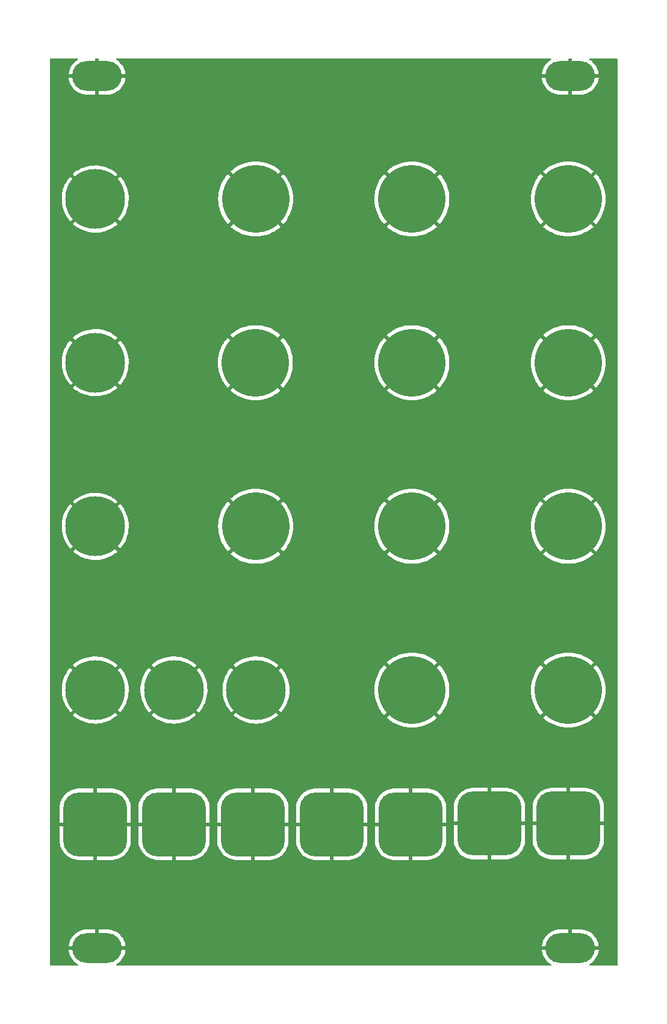
<source format=gbr>
%TF.GenerationSoftware,KiCad,Pcbnew,(6.0.7-1)-1*%
%TF.CreationDate,2022-10-07T10:10:38+07:00*%
%TF.ProjectId,benjolin_1.6_panel,62656e6a-6f6c-4696-9e5f-312e365f7061,rev?*%
%TF.SameCoordinates,Original*%
%TF.FileFunction,Copper,L2,Bot*%
%TF.FilePolarity,Positive*%
%FSLAX46Y46*%
G04 Gerber Fmt 4.6, Leading zero omitted, Abs format (unit mm)*
G04 Created by KiCad (PCBNEW (6.0.7-1)-1) date 2022-10-07 10:10:38*
%MOMM*%
%LPD*%
G01*
G04 APERTURE LIST*
G04 Aperture macros list*
%AMRoundRect*
0 Rectangle with rounded corners*
0 $1 Rounding radius*
0 $2 $3 $4 $5 $6 $7 $8 $9 X,Y pos of 4 corners*
0 Add a 4 corners polygon primitive as box body*
4,1,4,$2,$3,$4,$5,$6,$7,$8,$9,$2,$3,0*
0 Add four circle primitives for the rounded corners*
1,1,$1+$1,$2,$3*
1,1,$1+$1,$4,$5*
1,1,$1+$1,$6,$7*
1,1,$1+$1,$8,$9*
0 Add four rect primitives between the rounded corners*
20,1,$1+$1,$2,$3,$4,$5,0*
20,1,$1+$1,$4,$5,$6,$7,0*
20,1,$1+$1,$6,$7,$8,$9,0*
20,1,$1+$1,$8,$9,$2,$3,0*%
G04 Aperture macros list end*
%TA.AperFunction,ComponentPad*%
%ADD10C,9.500000*%
%TD*%
%TA.AperFunction,ComponentPad*%
%ADD11C,8.400000*%
%TD*%
%TA.AperFunction,ComponentPad*%
%ADD12RoundRect,2.250000X-2.250000X-2.250000X2.250000X-2.250000X2.250000X2.250000X-2.250000X2.250000X0*%
%TD*%
%TA.AperFunction,ComponentPad*%
%ADD13O,7.000000X4.200000*%
%TD*%
G04 APERTURE END LIST*
D10*
%TO.P,REF\u002A\u002A,*%
%TO.N,GND*%
X70000000Y-68910000D03*
%TD*%
%TO.P,REF\u002A\u002A,*%
%TO.N,GND*%
X92011865Y-68910000D03*
%TD*%
%TO.P,REF\u002A\u002A,*%
%TO.N,GND*%
X114000000Y-68910000D03*
%TD*%
D11*
%TO.P,H2,1*%
%TO.N,GND*%
X70074142Y-114899332D03*
%TD*%
D10*
%TO.P,REF\u002A\u002A,*%
%TO.N,GND*%
X92011865Y-91910000D03*
%TD*%
D12*
%TO.P,xor,1*%
%TO.N,GND*%
X102910673Y-133660000D03*
%TD*%
D10*
%TO.P,REF\u002A\u002A,*%
%TO.N,GND*%
X70025077Y-91910000D03*
%TD*%
D12*
%TO.P,tri x,1*%
%TO.N,GND*%
X47464058Y-133750000D03*
%TD*%
D10*
%TO.P,REF\u002A\u002A,*%
%TO.N,GND*%
X92011865Y-45920000D03*
%TD*%
D13*
%TO.P,REF\u002A\u002A,*%
%TO.N,GND*%
X114279479Y-28650000D03*
X114279479Y-28650000D03*
%TD*%
D11*
%TO.P,H2,1*%
%TO.N,GND*%
X47464058Y-91910000D03*
%TD*%
D10*
%TO.P,REF\u002A\u002A,*%
%TO.N,GND*%
X114000000Y-114899332D03*
%TD*%
D11*
%TO.P,H2,1*%
%TO.N,GND*%
X47464058Y-68910000D03*
%TD*%
D13*
%TO.P,REF\u002A\u002A,*%
%TO.N,GND*%
X47726000Y-28650000D03*
X47726000Y-28650000D03*
%TD*%
D10*
%TO.P,REF\u002A\u002A,*%
%TO.N,GND*%
X70025077Y-45920000D03*
%TD*%
D13*
%TO.P,REF\u002A\u002A,*%
%TO.N,GND*%
X47726000Y-151150000D03*
X47726000Y-151150000D03*
%TD*%
D12*
%TO.P,pulse y,1*%
%TO.N,GND*%
X80732027Y-133750000D03*
%TD*%
D11*
%TO.P,H2,1*%
%TO.N,GND*%
X47464058Y-45920000D03*
%TD*%
D12*
%TO.P,tri y,1*%
%TO.N,GND*%
X69642704Y-133750000D03*
%TD*%
D10*
%TO.P,REF\u002A\u002A,*%
%TO.N,GND*%
X92010000Y-114899332D03*
%TD*%
D12*
%TO.P,out,1*%
%TO.N,GND*%
X114000000Y-133660000D03*
%TD*%
%TO.P,pwm,1*%
%TO.N,GND*%
X91821350Y-133750000D03*
%TD*%
D13*
%TO.P,REF\u002A\u002A,*%
%TO.N,GND*%
X114279479Y-151150000D03*
X114279479Y-151150000D03*
%TD*%
D12*
%TO.P,pulse x,1*%
%TO.N,GND*%
X58553381Y-133750000D03*
%TD*%
D11*
%TO.P,H2,1*%
%TO.N,GND*%
X58537786Y-114899332D03*
%TD*%
D10*
%TO.P,REF\u002A\u002A,*%
%TO.N,GND*%
X114000000Y-91910000D03*
%TD*%
D11*
%TO.P,H2,1*%
%TO.N,GND*%
X47464058Y-114899332D03*
%TD*%
D10*
%TO.P,REF\u002A\u002A,*%
%TO.N,GND*%
X114000000Y-45920000D03*
%TD*%
%TA.AperFunction,Conductor*%
%TO.N,GND*%
G36*
X45021558Y-26178502D02*
G01*
X45068051Y-26232158D01*
X45078155Y-26302432D01*
X45048661Y-26367012D01*
X45019272Y-26391933D01*
X44830548Y-26507583D01*
X44824261Y-26511985D01*
X44580600Y-26705802D01*
X44574893Y-26710940D01*
X44356672Y-26933004D01*
X44351635Y-26938800D01*
X44162111Y-27185791D01*
X44157803Y-27192179D01*
X43999792Y-27460427D01*
X43996306Y-27467269D01*
X43872162Y-27752781D01*
X43869529Y-27760016D01*
X43781108Y-28058521D01*
X43779379Y-28066009D01*
X43727994Y-28373073D01*
X43727435Y-28378394D01*
X43731119Y-28393322D01*
X43731389Y-28393578D01*
X43741461Y-28396000D01*
X47453885Y-28396000D01*
X47469124Y-28391525D01*
X47470329Y-28390135D01*
X47472000Y-28382452D01*
X47472000Y-26284500D01*
X47492002Y-26216379D01*
X47545658Y-26169886D01*
X47598000Y-26158500D01*
X47854000Y-26158500D01*
X47922121Y-26178502D01*
X47968614Y-26232158D01*
X47980000Y-26284500D01*
X47980000Y-28377885D01*
X47984475Y-28393124D01*
X47985865Y-28394329D01*
X47993548Y-28396000D01*
X51704042Y-28396000D01*
X51718837Y-28391656D01*
X51720897Y-28379997D01*
X51713829Y-28290182D01*
X51712760Y-28282578D01*
X51650688Y-27977482D01*
X51648702Y-27970072D01*
X51549909Y-27674809D01*
X51547040Y-27667707D01*
X51412996Y-27386680D01*
X51409277Y-27379971D01*
X51241992Y-27117387D01*
X51237482Y-27111178D01*
X51039438Y-26870931D01*
X51034208Y-26865324D01*
X50808367Y-26651009D01*
X50802484Y-26646072D01*
X50552216Y-26460884D01*
X50545768Y-26456696D01*
X50435245Y-26394165D01*
X50385806Y-26343211D01*
X50371762Y-26273618D01*
X50397573Y-26207479D01*
X50455043Y-26165794D01*
X50497291Y-26158500D01*
X111506916Y-26158500D01*
X111575037Y-26178502D01*
X111621530Y-26232158D01*
X111631634Y-26302432D01*
X111602140Y-26367012D01*
X111572751Y-26391933D01*
X111384027Y-26507583D01*
X111377740Y-26511985D01*
X111134079Y-26705802D01*
X111128372Y-26710940D01*
X110910151Y-26933004D01*
X110905114Y-26938800D01*
X110715590Y-27185791D01*
X110711282Y-27192179D01*
X110553271Y-27460427D01*
X110549785Y-27467269D01*
X110425641Y-27752781D01*
X110423008Y-27760016D01*
X110334587Y-28058521D01*
X110332858Y-28066009D01*
X110281473Y-28373073D01*
X110280914Y-28378394D01*
X110284598Y-28393322D01*
X110284868Y-28393578D01*
X110294940Y-28396000D01*
X114007364Y-28396000D01*
X114022603Y-28391525D01*
X114023808Y-28390135D01*
X114025479Y-28382452D01*
X114025479Y-26284500D01*
X114045481Y-26216379D01*
X114099137Y-26169886D01*
X114151479Y-26158500D01*
X114407479Y-26158500D01*
X114475600Y-26178502D01*
X114522093Y-26232158D01*
X114533479Y-26284500D01*
X114533479Y-28377885D01*
X114537954Y-28393124D01*
X114539344Y-28394329D01*
X114547027Y-28396000D01*
X118257521Y-28396000D01*
X118272316Y-28391656D01*
X118274376Y-28379997D01*
X118267308Y-28290182D01*
X118266239Y-28282578D01*
X118204167Y-27977482D01*
X118202181Y-27970072D01*
X118103388Y-27674809D01*
X118100519Y-27667707D01*
X117966475Y-27386680D01*
X117962756Y-27379971D01*
X117795471Y-27117387D01*
X117790961Y-27111178D01*
X117592917Y-26870931D01*
X117587687Y-26865324D01*
X117361846Y-26651009D01*
X117355963Y-26646072D01*
X117105695Y-26460884D01*
X117099247Y-26456696D01*
X116988724Y-26394165D01*
X116939285Y-26343211D01*
X116925241Y-26273618D01*
X116951052Y-26207479D01*
X117008522Y-26165794D01*
X117050770Y-26158500D01*
X120815500Y-26158500D01*
X120883621Y-26178502D01*
X120930114Y-26232158D01*
X120941500Y-26284500D01*
X120941500Y-153515500D01*
X120921498Y-153583621D01*
X120867842Y-153630114D01*
X120815500Y-153641500D01*
X117052042Y-153641500D01*
X116983921Y-153621498D01*
X116937428Y-153567842D01*
X116927324Y-153497568D01*
X116956818Y-153432988D01*
X116986207Y-153408067D01*
X117174931Y-153292417D01*
X117181218Y-153288015D01*
X117424879Y-153094198D01*
X117430586Y-153089060D01*
X117648807Y-152866996D01*
X117653844Y-152861200D01*
X117843368Y-152614209D01*
X117847676Y-152607821D01*
X118005687Y-152339573D01*
X118009173Y-152332731D01*
X118133317Y-152047219D01*
X118135950Y-152039984D01*
X118224371Y-151741479D01*
X118226100Y-151733991D01*
X118277485Y-151426927D01*
X118278044Y-151421606D01*
X118274360Y-151406678D01*
X118274090Y-151406422D01*
X118264018Y-151404000D01*
X110301437Y-151404000D01*
X110286642Y-151408344D01*
X110284582Y-151420003D01*
X110291650Y-151509818D01*
X110292719Y-151517422D01*
X110354791Y-151822518D01*
X110356777Y-151829928D01*
X110455570Y-152125191D01*
X110458439Y-152132293D01*
X110592483Y-152413320D01*
X110596202Y-152420029D01*
X110763487Y-152682613D01*
X110767997Y-152688822D01*
X110966041Y-152929069D01*
X110971271Y-152934676D01*
X111197112Y-153148991D01*
X111202995Y-153153928D01*
X111453263Y-153339116D01*
X111459711Y-153343304D01*
X111570234Y-153405835D01*
X111619673Y-153456789D01*
X111633717Y-153526382D01*
X111607906Y-153592521D01*
X111550436Y-153634206D01*
X111508188Y-153641500D01*
X50498563Y-153641500D01*
X50430442Y-153621498D01*
X50383949Y-153567842D01*
X50373845Y-153497568D01*
X50403339Y-153432988D01*
X50432728Y-153408067D01*
X50621452Y-153292417D01*
X50627739Y-153288015D01*
X50871400Y-153094198D01*
X50877107Y-153089060D01*
X51095328Y-152866996D01*
X51100365Y-152861200D01*
X51289889Y-152614209D01*
X51294197Y-152607821D01*
X51452208Y-152339573D01*
X51455694Y-152332731D01*
X51579838Y-152047219D01*
X51582471Y-152039984D01*
X51670892Y-151741479D01*
X51672621Y-151733991D01*
X51724006Y-151426927D01*
X51724565Y-151421606D01*
X51720881Y-151406678D01*
X51720611Y-151406422D01*
X51710539Y-151404000D01*
X43747958Y-151404000D01*
X43733163Y-151408344D01*
X43731103Y-151420003D01*
X43738171Y-151509818D01*
X43739240Y-151517422D01*
X43801312Y-151822518D01*
X43803298Y-151829928D01*
X43902091Y-152125191D01*
X43904960Y-152132293D01*
X44039004Y-152413320D01*
X44042723Y-152420029D01*
X44210008Y-152682613D01*
X44214518Y-152688822D01*
X44412562Y-152929069D01*
X44417792Y-152934676D01*
X44643633Y-153148991D01*
X44649516Y-153153928D01*
X44899784Y-153339116D01*
X44906232Y-153343304D01*
X45016755Y-153405835D01*
X45066194Y-153456789D01*
X45080238Y-153526382D01*
X45054427Y-153592521D01*
X44996957Y-153634206D01*
X44954709Y-153641500D01*
X41184500Y-153641500D01*
X41116379Y-153621498D01*
X41069886Y-153567842D01*
X41058500Y-153515500D01*
X41058500Y-150878394D01*
X43727435Y-150878394D01*
X43731119Y-150893322D01*
X43731389Y-150893578D01*
X43741461Y-150896000D01*
X47453885Y-150896000D01*
X47469124Y-150891525D01*
X47470329Y-150890135D01*
X47472000Y-150882452D01*
X47472000Y-150877885D01*
X47980000Y-150877885D01*
X47984475Y-150893124D01*
X47985865Y-150894329D01*
X47993548Y-150896000D01*
X51704042Y-150896000D01*
X51718837Y-150891656D01*
X51720897Y-150879997D01*
X51720771Y-150878394D01*
X110280914Y-150878394D01*
X110284598Y-150893322D01*
X110284868Y-150893578D01*
X110294940Y-150896000D01*
X114007364Y-150896000D01*
X114022603Y-150891525D01*
X114023808Y-150890135D01*
X114025479Y-150882452D01*
X114025479Y-150877885D01*
X114533479Y-150877885D01*
X114537954Y-150893124D01*
X114539344Y-150894329D01*
X114547027Y-150896000D01*
X118257521Y-150896000D01*
X118272316Y-150891656D01*
X118274376Y-150879997D01*
X118267308Y-150790182D01*
X118266239Y-150782578D01*
X118204167Y-150477482D01*
X118202181Y-150470072D01*
X118103388Y-150174809D01*
X118100519Y-150167707D01*
X117966475Y-149886680D01*
X117962756Y-149879971D01*
X117795471Y-149617387D01*
X117790961Y-149611178D01*
X117592917Y-149370931D01*
X117587687Y-149365324D01*
X117361846Y-149151009D01*
X117355963Y-149146072D01*
X117105695Y-148960884D01*
X117099240Y-148956692D01*
X116828281Y-148803390D01*
X116821361Y-148800015D01*
X116533732Y-148680876D01*
X116526459Y-148678372D01*
X116226459Y-148595173D01*
X116218933Y-148593574D01*
X115910477Y-148547475D01*
X115903915Y-148546843D01*
X115794367Y-148542060D01*
X115791615Y-148542000D01*
X114551594Y-148542000D01*
X114536355Y-148546475D01*
X114535150Y-148547865D01*
X114533479Y-148555548D01*
X114533479Y-150877885D01*
X114025479Y-150877885D01*
X114025479Y-148560115D01*
X114021004Y-148544876D01*
X114019614Y-148543671D01*
X114011931Y-148542000D01*
X112800368Y-148542000D01*
X112796538Y-148542117D01*
X112564887Y-148556286D01*
X112557250Y-148557223D01*
X112251138Y-148613958D01*
X112243670Y-148615820D01*
X111946747Y-148709438D01*
X111939582Y-148712189D01*
X111656267Y-148841303D01*
X111649494Y-148844904D01*
X111384027Y-149007583D01*
X111377740Y-149011985D01*
X111134079Y-149205802D01*
X111128372Y-149210940D01*
X110910151Y-149433004D01*
X110905114Y-149438800D01*
X110715590Y-149685791D01*
X110711282Y-149692179D01*
X110553271Y-149960427D01*
X110549785Y-149967269D01*
X110425641Y-150252781D01*
X110423008Y-150260016D01*
X110334587Y-150558521D01*
X110332858Y-150566009D01*
X110281473Y-150873073D01*
X110280914Y-150878394D01*
X51720771Y-150878394D01*
X51713829Y-150790182D01*
X51712760Y-150782578D01*
X51650688Y-150477482D01*
X51648702Y-150470072D01*
X51549909Y-150174809D01*
X51547040Y-150167707D01*
X51412996Y-149886680D01*
X51409277Y-149879971D01*
X51241992Y-149617387D01*
X51237482Y-149611178D01*
X51039438Y-149370931D01*
X51034208Y-149365324D01*
X50808367Y-149151009D01*
X50802484Y-149146072D01*
X50552216Y-148960884D01*
X50545761Y-148956692D01*
X50274802Y-148803390D01*
X50267882Y-148800015D01*
X49980253Y-148680876D01*
X49972980Y-148678372D01*
X49672980Y-148595173D01*
X49665454Y-148593574D01*
X49356998Y-148547475D01*
X49350436Y-148546843D01*
X49240888Y-148542060D01*
X49238136Y-148542000D01*
X47998115Y-148542000D01*
X47982876Y-148546475D01*
X47981671Y-148547865D01*
X47980000Y-148555548D01*
X47980000Y-150877885D01*
X47472000Y-150877885D01*
X47472000Y-148560115D01*
X47467525Y-148544876D01*
X47466135Y-148543671D01*
X47458452Y-148542000D01*
X46246889Y-148542000D01*
X46243059Y-148542117D01*
X46011408Y-148556286D01*
X46003771Y-148557223D01*
X45697659Y-148613958D01*
X45690191Y-148615820D01*
X45393268Y-148709438D01*
X45386103Y-148712189D01*
X45102788Y-148841303D01*
X45096015Y-148844904D01*
X44830548Y-149007583D01*
X44824261Y-149011985D01*
X44580600Y-149205802D01*
X44574893Y-149210940D01*
X44356672Y-149433004D01*
X44351635Y-149438800D01*
X44162111Y-149685791D01*
X44157803Y-149692179D01*
X43999792Y-149960427D01*
X43996306Y-149967269D01*
X43872162Y-150252781D01*
X43869529Y-150260016D01*
X43781108Y-150558521D01*
X43779379Y-150566009D01*
X43727994Y-150873073D01*
X43727435Y-150878394D01*
X41058500Y-150878394D01*
X41058500Y-136159399D01*
X42456058Y-136159399D01*
X42456090Y-136161423D01*
X42456378Y-136170609D01*
X42456824Y-136176363D01*
X42496818Y-136499755D01*
X42498198Y-136507205D01*
X42576541Y-136822589D01*
X42578801Y-136829801D01*
X42694461Y-137133481D01*
X42697584Y-137140397D01*
X42848880Y-137427964D01*
X42852809Y-137434453D01*
X43037574Y-137701784D01*
X43042233Y-137707726D01*
X43257783Y-137950933D01*
X43263125Y-137956275D01*
X43506332Y-138171825D01*
X43512274Y-138176484D01*
X43779605Y-138361249D01*
X43786094Y-138365178D01*
X44073661Y-138516474D01*
X44080577Y-138519597D01*
X44384257Y-138635257D01*
X44391469Y-138637517D01*
X44706853Y-138715860D01*
X44714303Y-138717240D01*
X45037695Y-138757234D01*
X45043449Y-138757680D01*
X45052635Y-138757968D01*
X45054659Y-138758000D01*
X47191943Y-138758000D01*
X47207182Y-138753525D01*
X47208387Y-138752135D01*
X47210058Y-138744452D01*
X47210058Y-138739885D01*
X47718058Y-138739885D01*
X47722533Y-138755124D01*
X47723923Y-138756329D01*
X47731606Y-138758000D01*
X49873457Y-138758000D01*
X49875481Y-138757968D01*
X49884667Y-138757680D01*
X49890421Y-138757234D01*
X50213813Y-138717240D01*
X50221263Y-138715860D01*
X50536647Y-138637517D01*
X50543859Y-138635257D01*
X50847539Y-138519597D01*
X50854455Y-138516474D01*
X51142022Y-138365178D01*
X51148511Y-138361249D01*
X51415842Y-138176484D01*
X51421784Y-138171825D01*
X51664991Y-137956275D01*
X51670333Y-137950933D01*
X51885883Y-137707726D01*
X51890542Y-137701784D01*
X52075307Y-137434453D01*
X52079236Y-137427964D01*
X52230532Y-137140397D01*
X52233655Y-137133481D01*
X52349315Y-136829801D01*
X52351575Y-136822589D01*
X52429918Y-136507205D01*
X52431298Y-136499755D01*
X52471292Y-136176363D01*
X52471738Y-136170609D01*
X52472026Y-136161423D01*
X52472058Y-136159399D01*
X53545381Y-136159399D01*
X53545413Y-136161423D01*
X53545701Y-136170609D01*
X53546147Y-136176363D01*
X53586141Y-136499755D01*
X53587521Y-136507205D01*
X53665864Y-136822589D01*
X53668124Y-136829801D01*
X53783784Y-137133481D01*
X53786907Y-137140397D01*
X53938203Y-137427964D01*
X53942132Y-137434453D01*
X54126897Y-137701784D01*
X54131556Y-137707726D01*
X54347106Y-137950933D01*
X54352448Y-137956275D01*
X54595655Y-138171825D01*
X54601597Y-138176484D01*
X54868928Y-138361249D01*
X54875417Y-138365178D01*
X55162984Y-138516474D01*
X55169900Y-138519597D01*
X55473580Y-138635257D01*
X55480792Y-138637517D01*
X55796176Y-138715860D01*
X55803626Y-138717240D01*
X56127018Y-138757234D01*
X56132772Y-138757680D01*
X56141958Y-138757968D01*
X56143982Y-138758000D01*
X58281266Y-138758000D01*
X58296505Y-138753525D01*
X58297710Y-138752135D01*
X58299381Y-138744452D01*
X58299381Y-138739885D01*
X58807381Y-138739885D01*
X58811856Y-138755124D01*
X58813246Y-138756329D01*
X58820929Y-138758000D01*
X60962780Y-138758000D01*
X60964804Y-138757968D01*
X60973990Y-138757680D01*
X60979744Y-138757234D01*
X61303136Y-138717240D01*
X61310586Y-138715860D01*
X61625970Y-138637517D01*
X61633182Y-138635257D01*
X61936862Y-138519597D01*
X61943778Y-138516474D01*
X62231345Y-138365178D01*
X62237834Y-138361249D01*
X62505165Y-138176484D01*
X62511107Y-138171825D01*
X62754314Y-137956275D01*
X62759656Y-137950933D01*
X62975206Y-137707726D01*
X62979865Y-137701784D01*
X63164630Y-137434453D01*
X63168559Y-137427964D01*
X63319855Y-137140397D01*
X63322978Y-137133481D01*
X63438638Y-136829801D01*
X63440898Y-136822589D01*
X63519241Y-136507205D01*
X63520621Y-136499755D01*
X63560615Y-136176363D01*
X63561061Y-136170609D01*
X63561349Y-136161423D01*
X63561381Y-136159399D01*
X64634704Y-136159399D01*
X64634736Y-136161423D01*
X64635024Y-136170609D01*
X64635470Y-136176363D01*
X64675464Y-136499755D01*
X64676844Y-136507205D01*
X64755187Y-136822589D01*
X64757447Y-136829801D01*
X64873107Y-137133481D01*
X64876230Y-137140397D01*
X65027526Y-137427964D01*
X65031455Y-137434453D01*
X65216220Y-137701784D01*
X65220879Y-137707726D01*
X65436429Y-137950933D01*
X65441771Y-137956275D01*
X65684978Y-138171825D01*
X65690920Y-138176484D01*
X65958251Y-138361249D01*
X65964740Y-138365178D01*
X66252307Y-138516474D01*
X66259223Y-138519597D01*
X66562903Y-138635257D01*
X66570115Y-138637517D01*
X66885499Y-138715860D01*
X66892949Y-138717240D01*
X67216341Y-138757234D01*
X67222095Y-138757680D01*
X67231281Y-138757968D01*
X67233305Y-138758000D01*
X69370589Y-138758000D01*
X69385828Y-138753525D01*
X69387033Y-138752135D01*
X69388704Y-138744452D01*
X69388704Y-138739885D01*
X69896704Y-138739885D01*
X69901179Y-138755124D01*
X69902569Y-138756329D01*
X69910252Y-138758000D01*
X72052103Y-138758000D01*
X72054127Y-138757968D01*
X72063313Y-138757680D01*
X72069067Y-138757234D01*
X72392459Y-138717240D01*
X72399909Y-138715860D01*
X72715293Y-138637517D01*
X72722505Y-138635257D01*
X73026185Y-138519597D01*
X73033101Y-138516474D01*
X73320668Y-138365178D01*
X73327157Y-138361249D01*
X73594488Y-138176484D01*
X73600430Y-138171825D01*
X73843637Y-137956275D01*
X73848979Y-137950933D01*
X74064529Y-137707726D01*
X74069188Y-137701784D01*
X74253953Y-137434453D01*
X74257882Y-137427964D01*
X74409178Y-137140397D01*
X74412301Y-137133481D01*
X74527961Y-136829801D01*
X74530221Y-136822589D01*
X74608564Y-136507205D01*
X74609944Y-136499755D01*
X74649938Y-136176363D01*
X74650384Y-136170609D01*
X74650672Y-136161423D01*
X74650704Y-136159399D01*
X75724027Y-136159399D01*
X75724059Y-136161423D01*
X75724347Y-136170609D01*
X75724793Y-136176363D01*
X75764787Y-136499755D01*
X75766167Y-136507205D01*
X75844510Y-136822589D01*
X75846770Y-136829801D01*
X75962430Y-137133481D01*
X75965553Y-137140397D01*
X76116849Y-137427964D01*
X76120778Y-137434453D01*
X76305543Y-137701784D01*
X76310202Y-137707726D01*
X76525752Y-137950933D01*
X76531094Y-137956275D01*
X76774301Y-138171825D01*
X76780243Y-138176484D01*
X77047574Y-138361249D01*
X77054063Y-138365178D01*
X77341630Y-138516474D01*
X77348546Y-138519597D01*
X77652226Y-138635257D01*
X77659438Y-138637517D01*
X77974822Y-138715860D01*
X77982272Y-138717240D01*
X78305664Y-138757234D01*
X78311418Y-138757680D01*
X78320604Y-138757968D01*
X78322628Y-138758000D01*
X80459912Y-138758000D01*
X80475151Y-138753525D01*
X80476356Y-138752135D01*
X80478027Y-138744452D01*
X80478027Y-138739885D01*
X80986027Y-138739885D01*
X80990502Y-138755124D01*
X80991892Y-138756329D01*
X80999575Y-138758000D01*
X83141426Y-138758000D01*
X83143450Y-138757968D01*
X83152636Y-138757680D01*
X83158390Y-138757234D01*
X83481782Y-138717240D01*
X83489232Y-138715860D01*
X83804616Y-138637517D01*
X83811828Y-138635257D01*
X84115508Y-138519597D01*
X84122424Y-138516474D01*
X84409991Y-138365178D01*
X84416480Y-138361249D01*
X84683811Y-138176484D01*
X84689753Y-138171825D01*
X84932960Y-137956275D01*
X84938302Y-137950933D01*
X85153852Y-137707726D01*
X85158511Y-137701784D01*
X85343276Y-137434453D01*
X85347205Y-137427964D01*
X85498501Y-137140397D01*
X85501624Y-137133481D01*
X85617284Y-136829801D01*
X85619544Y-136822589D01*
X85697887Y-136507205D01*
X85699267Y-136499755D01*
X85739261Y-136176363D01*
X85739707Y-136170609D01*
X85739995Y-136161423D01*
X85740027Y-136159399D01*
X86813350Y-136159399D01*
X86813382Y-136161423D01*
X86813670Y-136170609D01*
X86814116Y-136176363D01*
X86854110Y-136499755D01*
X86855490Y-136507205D01*
X86933833Y-136822589D01*
X86936093Y-136829801D01*
X87051753Y-137133481D01*
X87054876Y-137140397D01*
X87206172Y-137427964D01*
X87210101Y-137434453D01*
X87394866Y-137701784D01*
X87399525Y-137707726D01*
X87615075Y-137950933D01*
X87620417Y-137956275D01*
X87863624Y-138171825D01*
X87869566Y-138176484D01*
X88136897Y-138361249D01*
X88143386Y-138365178D01*
X88430953Y-138516474D01*
X88437869Y-138519597D01*
X88741549Y-138635257D01*
X88748761Y-138637517D01*
X89064145Y-138715860D01*
X89071595Y-138717240D01*
X89394987Y-138757234D01*
X89400741Y-138757680D01*
X89409927Y-138757968D01*
X89411951Y-138758000D01*
X91549235Y-138758000D01*
X91564474Y-138753525D01*
X91565679Y-138752135D01*
X91567350Y-138744452D01*
X91567350Y-138739885D01*
X92075350Y-138739885D01*
X92079825Y-138755124D01*
X92081215Y-138756329D01*
X92088898Y-138758000D01*
X94230749Y-138758000D01*
X94232773Y-138757968D01*
X94241959Y-138757680D01*
X94247713Y-138757234D01*
X94571105Y-138717240D01*
X94578555Y-138715860D01*
X94893939Y-138637517D01*
X94901151Y-138635257D01*
X95204831Y-138519597D01*
X95211747Y-138516474D01*
X95499314Y-138365178D01*
X95505803Y-138361249D01*
X95773134Y-138176484D01*
X95779076Y-138171825D01*
X96022283Y-137956275D01*
X96027625Y-137950933D01*
X96243175Y-137707726D01*
X96247834Y-137701784D01*
X96432599Y-137434453D01*
X96436528Y-137427964D01*
X96587824Y-137140397D01*
X96590947Y-137133481D01*
X96706607Y-136829801D01*
X96708867Y-136822589D01*
X96787210Y-136507205D01*
X96788590Y-136499755D01*
X96828584Y-136176363D01*
X96829030Y-136170609D01*
X96829318Y-136161423D01*
X96829350Y-136159399D01*
X96829350Y-136069399D01*
X97902673Y-136069399D01*
X97902705Y-136071423D01*
X97902993Y-136080609D01*
X97903439Y-136086363D01*
X97943433Y-136409755D01*
X97944813Y-136417205D01*
X98023156Y-136732589D01*
X98025416Y-136739801D01*
X98141076Y-137043481D01*
X98144199Y-137050397D01*
X98295495Y-137337964D01*
X98299424Y-137344453D01*
X98484189Y-137611784D01*
X98488848Y-137617726D01*
X98704398Y-137860933D01*
X98709740Y-137866275D01*
X98952947Y-138081825D01*
X98958889Y-138086484D01*
X99226220Y-138271249D01*
X99232709Y-138275178D01*
X99520276Y-138426474D01*
X99527192Y-138429597D01*
X99830872Y-138545257D01*
X99838084Y-138547517D01*
X100153468Y-138625860D01*
X100160918Y-138627240D01*
X100484310Y-138667234D01*
X100490064Y-138667680D01*
X100499250Y-138667968D01*
X100501274Y-138668000D01*
X102638558Y-138668000D01*
X102653797Y-138663525D01*
X102655002Y-138662135D01*
X102656673Y-138654452D01*
X102656673Y-138649885D01*
X103164673Y-138649885D01*
X103169148Y-138665124D01*
X103170538Y-138666329D01*
X103178221Y-138668000D01*
X105320072Y-138668000D01*
X105322096Y-138667968D01*
X105331282Y-138667680D01*
X105337036Y-138667234D01*
X105660428Y-138627240D01*
X105667878Y-138625860D01*
X105983262Y-138547517D01*
X105990474Y-138545257D01*
X106294154Y-138429597D01*
X106301070Y-138426474D01*
X106588637Y-138275178D01*
X106595126Y-138271249D01*
X106862457Y-138086484D01*
X106868399Y-138081825D01*
X107111606Y-137866275D01*
X107116948Y-137860933D01*
X107332498Y-137617726D01*
X107337157Y-137611784D01*
X107521922Y-137344453D01*
X107525851Y-137337964D01*
X107677147Y-137050397D01*
X107680270Y-137043481D01*
X107795930Y-136739801D01*
X107798190Y-136732589D01*
X107876533Y-136417205D01*
X107877913Y-136409755D01*
X107917907Y-136086363D01*
X107918353Y-136080609D01*
X107918641Y-136071423D01*
X107918673Y-136069399D01*
X108992000Y-136069399D01*
X108992032Y-136071423D01*
X108992320Y-136080609D01*
X108992766Y-136086363D01*
X109032760Y-136409755D01*
X109034140Y-136417205D01*
X109112483Y-136732589D01*
X109114743Y-136739801D01*
X109230403Y-137043481D01*
X109233526Y-137050397D01*
X109384822Y-137337964D01*
X109388751Y-137344453D01*
X109573516Y-137611784D01*
X109578175Y-137617726D01*
X109793725Y-137860933D01*
X109799067Y-137866275D01*
X110042274Y-138081825D01*
X110048216Y-138086484D01*
X110315547Y-138271249D01*
X110322036Y-138275178D01*
X110609603Y-138426474D01*
X110616519Y-138429597D01*
X110920199Y-138545257D01*
X110927411Y-138547517D01*
X111242795Y-138625860D01*
X111250245Y-138627240D01*
X111573637Y-138667234D01*
X111579391Y-138667680D01*
X111588577Y-138667968D01*
X111590601Y-138668000D01*
X113727885Y-138668000D01*
X113743124Y-138663525D01*
X113744329Y-138662135D01*
X113746000Y-138654452D01*
X113746000Y-138649885D01*
X114254000Y-138649885D01*
X114258475Y-138665124D01*
X114259865Y-138666329D01*
X114267548Y-138668000D01*
X116409399Y-138668000D01*
X116411423Y-138667968D01*
X116420609Y-138667680D01*
X116426363Y-138667234D01*
X116749755Y-138627240D01*
X116757205Y-138625860D01*
X117072589Y-138547517D01*
X117079801Y-138545257D01*
X117383481Y-138429597D01*
X117390397Y-138426474D01*
X117677964Y-138275178D01*
X117684453Y-138271249D01*
X117951784Y-138086484D01*
X117957726Y-138081825D01*
X118200933Y-137866275D01*
X118206275Y-137860933D01*
X118421825Y-137617726D01*
X118426484Y-137611784D01*
X118611249Y-137344453D01*
X118615178Y-137337964D01*
X118766474Y-137050397D01*
X118769597Y-137043481D01*
X118885257Y-136739801D01*
X118887517Y-136732589D01*
X118965860Y-136417205D01*
X118967240Y-136409755D01*
X119007234Y-136086363D01*
X119007680Y-136080609D01*
X119007968Y-136071423D01*
X119008000Y-136069399D01*
X119008000Y-133932115D01*
X119003525Y-133916876D01*
X119002135Y-133915671D01*
X118994452Y-133914000D01*
X114272115Y-133914000D01*
X114256876Y-133918475D01*
X114255671Y-133919865D01*
X114254000Y-133927548D01*
X114254000Y-138649885D01*
X113746000Y-138649885D01*
X113746000Y-133932115D01*
X113741525Y-133916876D01*
X113740135Y-133915671D01*
X113732452Y-133914000D01*
X109010115Y-133914000D01*
X108994876Y-133918475D01*
X108993671Y-133919865D01*
X108992000Y-133927548D01*
X108992000Y-136069399D01*
X107918673Y-136069399D01*
X107918673Y-133932115D01*
X107914198Y-133916876D01*
X107912808Y-133915671D01*
X107905125Y-133914000D01*
X103182788Y-133914000D01*
X103167549Y-133918475D01*
X103166344Y-133919865D01*
X103164673Y-133927548D01*
X103164673Y-138649885D01*
X102656673Y-138649885D01*
X102656673Y-133932115D01*
X102652198Y-133916876D01*
X102650808Y-133915671D01*
X102643125Y-133914000D01*
X97920788Y-133914000D01*
X97905549Y-133918475D01*
X97904344Y-133919865D01*
X97902673Y-133927548D01*
X97902673Y-136069399D01*
X96829350Y-136069399D01*
X96829350Y-134022115D01*
X96824875Y-134006876D01*
X96823485Y-134005671D01*
X96815802Y-134004000D01*
X92093465Y-134004000D01*
X92078226Y-134008475D01*
X92077021Y-134009865D01*
X92075350Y-134017548D01*
X92075350Y-138739885D01*
X91567350Y-138739885D01*
X91567350Y-134022115D01*
X91562875Y-134006876D01*
X91561485Y-134005671D01*
X91553802Y-134004000D01*
X86831465Y-134004000D01*
X86816226Y-134008475D01*
X86815021Y-134009865D01*
X86813350Y-134017548D01*
X86813350Y-136159399D01*
X85740027Y-136159399D01*
X85740027Y-134022115D01*
X85735552Y-134006876D01*
X85734162Y-134005671D01*
X85726479Y-134004000D01*
X81004142Y-134004000D01*
X80988903Y-134008475D01*
X80987698Y-134009865D01*
X80986027Y-134017548D01*
X80986027Y-138739885D01*
X80478027Y-138739885D01*
X80478027Y-134022115D01*
X80473552Y-134006876D01*
X80472162Y-134005671D01*
X80464479Y-134004000D01*
X75742142Y-134004000D01*
X75726903Y-134008475D01*
X75725698Y-134009865D01*
X75724027Y-134017548D01*
X75724027Y-136159399D01*
X74650704Y-136159399D01*
X74650704Y-134022115D01*
X74646229Y-134006876D01*
X74644839Y-134005671D01*
X74637156Y-134004000D01*
X69914819Y-134004000D01*
X69899580Y-134008475D01*
X69898375Y-134009865D01*
X69896704Y-134017548D01*
X69896704Y-138739885D01*
X69388704Y-138739885D01*
X69388704Y-134022115D01*
X69384229Y-134006876D01*
X69382839Y-134005671D01*
X69375156Y-134004000D01*
X64652819Y-134004000D01*
X64637580Y-134008475D01*
X64636375Y-134009865D01*
X64634704Y-134017548D01*
X64634704Y-136159399D01*
X63561381Y-136159399D01*
X63561381Y-134022115D01*
X63556906Y-134006876D01*
X63555516Y-134005671D01*
X63547833Y-134004000D01*
X58825496Y-134004000D01*
X58810257Y-134008475D01*
X58809052Y-134009865D01*
X58807381Y-134017548D01*
X58807381Y-138739885D01*
X58299381Y-138739885D01*
X58299381Y-134022115D01*
X58294906Y-134006876D01*
X58293516Y-134005671D01*
X58285833Y-134004000D01*
X53563496Y-134004000D01*
X53548257Y-134008475D01*
X53547052Y-134009865D01*
X53545381Y-134017548D01*
X53545381Y-136159399D01*
X52472058Y-136159399D01*
X52472058Y-134022115D01*
X52467583Y-134006876D01*
X52466193Y-134005671D01*
X52458510Y-134004000D01*
X47736173Y-134004000D01*
X47720934Y-134008475D01*
X47719729Y-134009865D01*
X47718058Y-134017548D01*
X47718058Y-138739885D01*
X47210058Y-138739885D01*
X47210058Y-134022115D01*
X47205583Y-134006876D01*
X47204193Y-134005671D01*
X47196510Y-134004000D01*
X42474173Y-134004000D01*
X42458934Y-134008475D01*
X42457729Y-134009865D01*
X42456058Y-134017548D01*
X42456058Y-136159399D01*
X41058500Y-136159399D01*
X41058500Y-133477885D01*
X42456058Y-133477885D01*
X42460533Y-133493124D01*
X42461923Y-133494329D01*
X42469606Y-133496000D01*
X47191943Y-133496000D01*
X47207182Y-133491525D01*
X47208387Y-133490135D01*
X47210058Y-133482452D01*
X47210058Y-133477885D01*
X47718058Y-133477885D01*
X47722533Y-133493124D01*
X47723923Y-133494329D01*
X47731606Y-133496000D01*
X52453943Y-133496000D01*
X52469182Y-133491525D01*
X52470387Y-133490135D01*
X52472058Y-133482452D01*
X52472058Y-133477885D01*
X53545381Y-133477885D01*
X53549856Y-133493124D01*
X53551246Y-133494329D01*
X53558929Y-133496000D01*
X58281266Y-133496000D01*
X58296505Y-133491525D01*
X58297710Y-133490135D01*
X58299381Y-133482452D01*
X58299381Y-133477885D01*
X58807381Y-133477885D01*
X58811856Y-133493124D01*
X58813246Y-133494329D01*
X58820929Y-133496000D01*
X63543266Y-133496000D01*
X63558505Y-133491525D01*
X63559710Y-133490135D01*
X63561381Y-133482452D01*
X63561381Y-133477885D01*
X64634704Y-133477885D01*
X64639179Y-133493124D01*
X64640569Y-133494329D01*
X64648252Y-133496000D01*
X69370589Y-133496000D01*
X69385828Y-133491525D01*
X69387033Y-133490135D01*
X69388704Y-133482452D01*
X69388704Y-133477885D01*
X69896704Y-133477885D01*
X69901179Y-133493124D01*
X69902569Y-133494329D01*
X69910252Y-133496000D01*
X74632589Y-133496000D01*
X74647828Y-133491525D01*
X74649033Y-133490135D01*
X74650704Y-133482452D01*
X74650704Y-133477885D01*
X75724027Y-133477885D01*
X75728502Y-133493124D01*
X75729892Y-133494329D01*
X75737575Y-133496000D01*
X80459912Y-133496000D01*
X80475151Y-133491525D01*
X80476356Y-133490135D01*
X80478027Y-133482452D01*
X80478027Y-133477885D01*
X80986027Y-133477885D01*
X80990502Y-133493124D01*
X80991892Y-133494329D01*
X80999575Y-133496000D01*
X85721912Y-133496000D01*
X85737151Y-133491525D01*
X85738356Y-133490135D01*
X85740027Y-133482452D01*
X85740027Y-133477885D01*
X86813350Y-133477885D01*
X86817825Y-133493124D01*
X86819215Y-133494329D01*
X86826898Y-133496000D01*
X91549235Y-133496000D01*
X91564474Y-133491525D01*
X91565679Y-133490135D01*
X91567350Y-133482452D01*
X91567350Y-133477885D01*
X92075350Y-133477885D01*
X92079825Y-133493124D01*
X92081215Y-133494329D01*
X92088898Y-133496000D01*
X96811235Y-133496000D01*
X96826474Y-133491525D01*
X96827679Y-133490135D01*
X96829350Y-133482452D01*
X96829350Y-133387885D01*
X97902673Y-133387885D01*
X97907148Y-133403124D01*
X97908538Y-133404329D01*
X97916221Y-133406000D01*
X102638558Y-133406000D01*
X102653797Y-133401525D01*
X102655002Y-133400135D01*
X102656673Y-133392452D01*
X102656673Y-133387885D01*
X103164673Y-133387885D01*
X103169148Y-133403124D01*
X103170538Y-133404329D01*
X103178221Y-133406000D01*
X107900558Y-133406000D01*
X107915797Y-133401525D01*
X107917002Y-133400135D01*
X107918673Y-133392452D01*
X107918673Y-133387885D01*
X108992000Y-133387885D01*
X108996475Y-133403124D01*
X108997865Y-133404329D01*
X109005548Y-133406000D01*
X113727885Y-133406000D01*
X113743124Y-133401525D01*
X113744329Y-133400135D01*
X113746000Y-133392452D01*
X113746000Y-133387885D01*
X114254000Y-133387885D01*
X114258475Y-133403124D01*
X114259865Y-133404329D01*
X114267548Y-133406000D01*
X118989885Y-133406000D01*
X119005124Y-133401525D01*
X119006329Y-133400135D01*
X119008000Y-133392452D01*
X119008000Y-131250601D01*
X119007968Y-131248577D01*
X119007680Y-131239391D01*
X119007234Y-131233637D01*
X118967240Y-130910245D01*
X118965860Y-130902795D01*
X118887517Y-130587411D01*
X118885257Y-130580199D01*
X118769597Y-130276519D01*
X118766474Y-130269603D01*
X118615178Y-129982036D01*
X118611249Y-129975547D01*
X118426484Y-129708216D01*
X118421825Y-129702274D01*
X118206275Y-129459067D01*
X118200933Y-129453725D01*
X117957726Y-129238175D01*
X117951784Y-129233516D01*
X117684453Y-129048751D01*
X117677964Y-129044822D01*
X117390397Y-128893526D01*
X117383481Y-128890403D01*
X117079801Y-128774743D01*
X117072589Y-128772483D01*
X116757205Y-128694140D01*
X116749755Y-128692760D01*
X116426363Y-128652766D01*
X116420609Y-128652320D01*
X116411423Y-128652032D01*
X116409399Y-128652000D01*
X114272115Y-128652000D01*
X114256876Y-128656475D01*
X114255671Y-128657865D01*
X114254000Y-128665548D01*
X114254000Y-133387885D01*
X113746000Y-133387885D01*
X113746000Y-128670115D01*
X113741525Y-128654876D01*
X113740135Y-128653671D01*
X113732452Y-128652000D01*
X111590601Y-128652000D01*
X111588577Y-128652032D01*
X111579391Y-128652320D01*
X111573637Y-128652766D01*
X111250245Y-128692760D01*
X111242795Y-128694140D01*
X110927411Y-128772483D01*
X110920199Y-128774743D01*
X110616519Y-128890403D01*
X110609603Y-128893526D01*
X110322036Y-129044822D01*
X110315547Y-129048751D01*
X110048216Y-129233516D01*
X110042274Y-129238175D01*
X109799067Y-129453725D01*
X109793725Y-129459067D01*
X109578175Y-129702274D01*
X109573516Y-129708216D01*
X109388751Y-129975547D01*
X109384822Y-129982036D01*
X109233526Y-130269603D01*
X109230403Y-130276519D01*
X109114743Y-130580199D01*
X109112483Y-130587411D01*
X109034140Y-130902795D01*
X109032760Y-130910245D01*
X108992766Y-131233637D01*
X108992320Y-131239391D01*
X108992032Y-131248577D01*
X108992000Y-131250601D01*
X108992000Y-133387885D01*
X107918673Y-133387885D01*
X107918673Y-131250601D01*
X107918641Y-131248577D01*
X107918353Y-131239391D01*
X107917907Y-131233637D01*
X107877913Y-130910245D01*
X107876533Y-130902795D01*
X107798190Y-130587411D01*
X107795930Y-130580199D01*
X107680270Y-130276519D01*
X107677147Y-130269603D01*
X107525851Y-129982036D01*
X107521922Y-129975547D01*
X107337157Y-129708216D01*
X107332498Y-129702274D01*
X107116948Y-129459067D01*
X107111606Y-129453725D01*
X106868399Y-129238175D01*
X106862457Y-129233516D01*
X106595126Y-129048751D01*
X106588637Y-129044822D01*
X106301070Y-128893526D01*
X106294154Y-128890403D01*
X105990474Y-128774743D01*
X105983262Y-128772483D01*
X105667878Y-128694140D01*
X105660428Y-128692760D01*
X105337036Y-128652766D01*
X105331282Y-128652320D01*
X105322096Y-128652032D01*
X105320072Y-128652000D01*
X103182788Y-128652000D01*
X103167549Y-128656475D01*
X103166344Y-128657865D01*
X103164673Y-128665548D01*
X103164673Y-133387885D01*
X102656673Y-133387885D01*
X102656673Y-128670115D01*
X102652198Y-128654876D01*
X102650808Y-128653671D01*
X102643125Y-128652000D01*
X100501274Y-128652000D01*
X100499250Y-128652032D01*
X100490064Y-128652320D01*
X100484310Y-128652766D01*
X100160918Y-128692760D01*
X100153468Y-128694140D01*
X99838084Y-128772483D01*
X99830872Y-128774743D01*
X99527192Y-128890403D01*
X99520276Y-128893526D01*
X99232709Y-129044822D01*
X99226220Y-129048751D01*
X98958889Y-129233516D01*
X98952947Y-129238175D01*
X98709740Y-129453725D01*
X98704398Y-129459067D01*
X98488848Y-129702274D01*
X98484189Y-129708216D01*
X98299424Y-129975547D01*
X98295495Y-129982036D01*
X98144199Y-130269603D01*
X98141076Y-130276519D01*
X98025416Y-130580199D01*
X98023156Y-130587411D01*
X97944813Y-130902795D01*
X97943433Y-130910245D01*
X97903439Y-131233637D01*
X97902993Y-131239391D01*
X97902705Y-131248577D01*
X97902673Y-131250601D01*
X97902673Y-133387885D01*
X96829350Y-133387885D01*
X96829350Y-131340601D01*
X96829318Y-131338577D01*
X96829030Y-131329391D01*
X96828584Y-131323637D01*
X96788590Y-131000245D01*
X96787210Y-130992795D01*
X96708867Y-130677411D01*
X96706607Y-130670199D01*
X96590947Y-130366519D01*
X96587824Y-130359603D01*
X96436528Y-130072036D01*
X96432599Y-130065547D01*
X96247834Y-129798216D01*
X96243175Y-129792274D01*
X96027625Y-129549067D01*
X96022283Y-129543725D01*
X95779076Y-129328175D01*
X95773134Y-129323516D01*
X95505803Y-129138751D01*
X95499314Y-129134822D01*
X95211747Y-128983526D01*
X95204831Y-128980403D01*
X94901151Y-128864743D01*
X94893939Y-128862483D01*
X94578555Y-128784140D01*
X94571105Y-128782760D01*
X94247713Y-128742766D01*
X94241959Y-128742320D01*
X94232773Y-128742032D01*
X94230749Y-128742000D01*
X92093465Y-128742000D01*
X92078226Y-128746475D01*
X92077021Y-128747865D01*
X92075350Y-128755548D01*
X92075350Y-133477885D01*
X91567350Y-133477885D01*
X91567350Y-128760115D01*
X91562875Y-128744876D01*
X91561485Y-128743671D01*
X91553802Y-128742000D01*
X89411951Y-128742000D01*
X89409927Y-128742032D01*
X89400741Y-128742320D01*
X89394987Y-128742766D01*
X89071595Y-128782760D01*
X89064145Y-128784140D01*
X88748761Y-128862483D01*
X88741549Y-128864743D01*
X88437869Y-128980403D01*
X88430953Y-128983526D01*
X88143386Y-129134822D01*
X88136897Y-129138751D01*
X87869566Y-129323516D01*
X87863624Y-129328175D01*
X87620417Y-129543725D01*
X87615075Y-129549067D01*
X87399525Y-129792274D01*
X87394866Y-129798216D01*
X87210101Y-130065547D01*
X87206172Y-130072036D01*
X87054876Y-130359603D01*
X87051753Y-130366519D01*
X86936093Y-130670199D01*
X86933833Y-130677411D01*
X86855490Y-130992795D01*
X86854110Y-131000245D01*
X86814116Y-131323637D01*
X86813670Y-131329391D01*
X86813382Y-131338577D01*
X86813350Y-131340601D01*
X86813350Y-133477885D01*
X85740027Y-133477885D01*
X85740027Y-131340601D01*
X85739995Y-131338577D01*
X85739707Y-131329391D01*
X85739261Y-131323637D01*
X85699267Y-131000245D01*
X85697887Y-130992795D01*
X85619544Y-130677411D01*
X85617284Y-130670199D01*
X85501624Y-130366519D01*
X85498501Y-130359603D01*
X85347205Y-130072036D01*
X85343276Y-130065547D01*
X85158511Y-129798216D01*
X85153852Y-129792274D01*
X84938302Y-129549067D01*
X84932960Y-129543725D01*
X84689753Y-129328175D01*
X84683811Y-129323516D01*
X84416480Y-129138751D01*
X84409991Y-129134822D01*
X84122424Y-128983526D01*
X84115508Y-128980403D01*
X83811828Y-128864743D01*
X83804616Y-128862483D01*
X83489232Y-128784140D01*
X83481782Y-128782760D01*
X83158390Y-128742766D01*
X83152636Y-128742320D01*
X83143450Y-128742032D01*
X83141426Y-128742000D01*
X81004142Y-128742000D01*
X80988903Y-128746475D01*
X80987698Y-128747865D01*
X80986027Y-128755548D01*
X80986027Y-133477885D01*
X80478027Y-133477885D01*
X80478027Y-128760115D01*
X80473552Y-128744876D01*
X80472162Y-128743671D01*
X80464479Y-128742000D01*
X78322628Y-128742000D01*
X78320604Y-128742032D01*
X78311418Y-128742320D01*
X78305664Y-128742766D01*
X77982272Y-128782760D01*
X77974822Y-128784140D01*
X77659438Y-128862483D01*
X77652226Y-128864743D01*
X77348546Y-128980403D01*
X77341630Y-128983526D01*
X77054063Y-129134822D01*
X77047574Y-129138751D01*
X76780243Y-129323516D01*
X76774301Y-129328175D01*
X76531094Y-129543725D01*
X76525752Y-129549067D01*
X76310202Y-129792274D01*
X76305543Y-129798216D01*
X76120778Y-130065547D01*
X76116849Y-130072036D01*
X75965553Y-130359603D01*
X75962430Y-130366519D01*
X75846770Y-130670199D01*
X75844510Y-130677411D01*
X75766167Y-130992795D01*
X75764787Y-131000245D01*
X75724793Y-131323637D01*
X75724347Y-131329391D01*
X75724059Y-131338577D01*
X75724027Y-131340601D01*
X75724027Y-133477885D01*
X74650704Y-133477885D01*
X74650704Y-131340601D01*
X74650672Y-131338577D01*
X74650384Y-131329391D01*
X74649938Y-131323637D01*
X74609944Y-131000245D01*
X74608564Y-130992795D01*
X74530221Y-130677411D01*
X74527961Y-130670199D01*
X74412301Y-130366519D01*
X74409178Y-130359603D01*
X74257882Y-130072036D01*
X74253953Y-130065547D01*
X74069188Y-129798216D01*
X74064529Y-129792274D01*
X73848979Y-129549067D01*
X73843637Y-129543725D01*
X73600430Y-129328175D01*
X73594488Y-129323516D01*
X73327157Y-129138751D01*
X73320668Y-129134822D01*
X73033101Y-128983526D01*
X73026185Y-128980403D01*
X72722505Y-128864743D01*
X72715293Y-128862483D01*
X72399909Y-128784140D01*
X72392459Y-128782760D01*
X72069067Y-128742766D01*
X72063313Y-128742320D01*
X72054127Y-128742032D01*
X72052103Y-128742000D01*
X69914819Y-128742000D01*
X69899580Y-128746475D01*
X69898375Y-128747865D01*
X69896704Y-128755548D01*
X69896704Y-133477885D01*
X69388704Y-133477885D01*
X69388704Y-128760115D01*
X69384229Y-128744876D01*
X69382839Y-128743671D01*
X69375156Y-128742000D01*
X67233305Y-128742000D01*
X67231281Y-128742032D01*
X67222095Y-128742320D01*
X67216341Y-128742766D01*
X66892949Y-128782760D01*
X66885499Y-128784140D01*
X66570115Y-128862483D01*
X66562903Y-128864743D01*
X66259223Y-128980403D01*
X66252307Y-128983526D01*
X65964740Y-129134822D01*
X65958251Y-129138751D01*
X65690920Y-129323516D01*
X65684978Y-129328175D01*
X65441771Y-129543725D01*
X65436429Y-129549067D01*
X65220879Y-129792274D01*
X65216220Y-129798216D01*
X65031455Y-130065547D01*
X65027526Y-130072036D01*
X64876230Y-130359603D01*
X64873107Y-130366519D01*
X64757447Y-130670199D01*
X64755187Y-130677411D01*
X64676844Y-130992795D01*
X64675464Y-131000245D01*
X64635470Y-131323637D01*
X64635024Y-131329391D01*
X64634736Y-131338577D01*
X64634704Y-131340601D01*
X64634704Y-133477885D01*
X63561381Y-133477885D01*
X63561381Y-131340601D01*
X63561349Y-131338577D01*
X63561061Y-131329391D01*
X63560615Y-131323637D01*
X63520621Y-131000245D01*
X63519241Y-130992795D01*
X63440898Y-130677411D01*
X63438638Y-130670199D01*
X63322978Y-130366519D01*
X63319855Y-130359603D01*
X63168559Y-130072036D01*
X63164630Y-130065547D01*
X62979865Y-129798216D01*
X62975206Y-129792274D01*
X62759656Y-129549067D01*
X62754314Y-129543725D01*
X62511107Y-129328175D01*
X62505165Y-129323516D01*
X62237834Y-129138751D01*
X62231345Y-129134822D01*
X61943778Y-128983526D01*
X61936862Y-128980403D01*
X61633182Y-128864743D01*
X61625970Y-128862483D01*
X61310586Y-128784140D01*
X61303136Y-128782760D01*
X60979744Y-128742766D01*
X60973990Y-128742320D01*
X60964804Y-128742032D01*
X60962780Y-128742000D01*
X58825496Y-128742000D01*
X58810257Y-128746475D01*
X58809052Y-128747865D01*
X58807381Y-128755548D01*
X58807381Y-133477885D01*
X58299381Y-133477885D01*
X58299381Y-128760115D01*
X58294906Y-128744876D01*
X58293516Y-128743671D01*
X58285833Y-128742000D01*
X56143982Y-128742000D01*
X56141958Y-128742032D01*
X56132772Y-128742320D01*
X56127018Y-128742766D01*
X55803626Y-128782760D01*
X55796176Y-128784140D01*
X55480792Y-128862483D01*
X55473580Y-128864743D01*
X55169900Y-128980403D01*
X55162984Y-128983526D01*
X54875417Y-129134822D01*
X54868928Y-129138751D01*
X54601597Y-129323516D01*
X54595655Y-129328175D01*
X54352448Y-129543725D01*
X54347106Y-129549067D01*
X54131556Y-129792274D01*
X54126897Y-129798216D01*
X53942132Y-130065547D01*
X53938203Y-130072036D01*
X53786907Y-130359603D01*
X53783784Y-130366519D01*
X53668124Y-130670199D01*
X53665864Y-130677411D01*
X53587521Y-130992795D01*
X53586141Y-131000245D01*
X53546147Y-131323637D01*
X53545701Y-131329391D01*
X53545413Y-131338577D01*
X53545381Y-131340601D01*
X53545381Y-133477885D01*
X52472058Y-133477885D01*
X52472058Y-131340601D01*
X52472026Y-131338577D01*
X52471738Y-131329391D01*
X52471292Y-131323637D01*
X52431298Y-131000245D01*
X52429918Y-130992795D01*
X52351575Y-130677411D01*
X52349315Y-130670199D01*
X52233655Y-130366519D01*
X52230532Y-130359603D01*
X52079236Y-130072036D01*
X52075307Y-130065547D01*
X51890542Y-129798216D01*
X51885883Y-129792274D01*
X51670333Y-129549067D01*
X51664991Y-129543725D01*
X51421784Y-129328175D01*
X51415842Y-129323516D01*
X51148511Y-129138751D01*
X51142022Y-129134822D01*
X50854455Y-128983526D01*
X50847539Y-128980403D01*
X50543859Y-128864743D01*
X50536647Y-128862483D01*
X50221263Y-128784140D01*
X50213813Y-128782760D01*
X49890421Y-128742766D01*
X49884667Y-128742320D01*
X49875481Y-128742032D01*
X49873457Y-128742000D01*
X47736173Y-128742000D01*
X47720934Y-128746475D01*
X47719729Y-128747865D01*
X47718058Y-128755548D01*
X47718058Y-133477885D01*
X47210058Y-133477885D01*
X47210058Y-128760115D01*
X47205583Y-128744876D01*
X47204193Y-128743671D01*
X47196510Y-128742000D01*
X45054659Y-128742000D01*
X45052635Y-128742032D01*
X45043449Y-128742320D01*
X45037695Y-128742766D01*
X44714303Y-128782760D01*
X44706853Y-128784140D01*
X44391469Y-128862483D01*
X44384257Y-128864743D01*
X44080577Y-128980403D01*
X44073661Y-128983526D01*
X43786094Y-129134822D01*
X43779605Y-129138751D01*
X43512274Y-129323516D01*
X43506332Y-129328175D01*
X43263125Y-129543725D01*
X43257783Y-129549067D01*
X43042233Y-129792274D01*
X43037574Y-129798216D01*
X42852809Y-130065547D01*
X42848880Y-130072036D01*
X42697584Y-130359603D01*
X42694461Y-130366519D01*
X42578801Y-130670199D01*
X42576541Y-130677411D01*
X42498198Y-130992795D01*
X42496818Y-131000245D01*
X42456824Y-131323637D01*
X42456378Y-131329391D01*
X42456090Y-131338577D01*
X42456058Y-131340601D01*
X42456058Y-133477885D01*
X41058500Y-133477885D01*
X41058500Y-118406221D01*
X44322709Y-118406221D01*
X44322790Y-118407354D01*
X44327768Y-118414926D01*
X44357580Y-118443514D01*
X44361857Y-118447259D01*
X44691593Y-118710484D01*
X44696176Y-118713814D01*
X45048407Y-118946067D01*
X45053303Y-118948985D01*
X45425091Y-119148336D01*
X45430264Y-119150815D01*
X45818608Y-119315657D01*
X45823943Y-119317641D01*
X46225633Y-119446610D01*
X46231134Y-119448105D01*
X46642866Y-119540137D01*
X46648478Y-119541126D01*
X47066843Y-119595463D01*
X47072549Y-119595942D01*
X47494098Y-119612136D01*
X47499824Y-119612096D01*
X47921113Y-119590018D01*
X47926794Y-119589461D01*
X48344370Y-119529287D01*
X48349965Y-119528219D01*
X48760369Y-119430447D01*
X48765850Y-119428876D01*
X49165693Y-119294314D01*
X49171023Y-119292246D01*
X49557026Y-119121999D01*
X49562133Y-119119464D01*
X49931117Y-118914933D01*
X49935983Y-118911939D01*
X50284901Y-118674815D01*
X50289496Y-118671377D01*
X50597992Y-118417975D01*
X50605992Y-118406221D01*
X55396437Y-118406221D01*
X55396518Y-118407354D01*
X55401496Y-118414926D01*
X55431308Y-118443514D01*
X55435585Y-118447259D01*
X55765321Y-118710484D01*
X55769904Y-118713814D01*
X56122135Y-118946067D01*
X56127031Y-118948985D01*
X56498819Y-119148336D01*
X56503992Y-119150815D01*
X56892336Y-119315657D01*
X56897671Y-119317641D01*
X57299361Y-119446610D01*
X57304862Y-119448105D01*
X57716594Y-119540137D01*
X57722206Y-119541126D01*
X58140571Y-119595463D01*
X58146277Y-119595942D01*
X58567826Y-119612136D01*
X58573552Y-119612096D01*
X58994841Y-119590018D01*
X59000522Y-119589461D01*
X59418098Y-119529287D01*
X59423693Y-119528219D01*
X59834097Y-119430447D01*
X59839578Y-119428876D01*
X60239421Y-119294314D01*
X60244751Y-119292246D01*
X60630754Y-119121999D01*
X60635861Y-119119464D01*
X61004845Y-118914933D01*
X61009711Y-118911939D01*
X61358629Y-118674815D01*
X61363224Y-118671377D01*
X61671720Y-118417975D01*
X61679720Y-118406221D01*
X66932793Y-118406221D01*
X66932874Y-118407354D01*
X66937852Y-118414926D01*
X66967664Y-118443514D01*
X66971941Y-118447259D01*
X67301677Y-118710484D01*
X67306260Y-118713814D01*
X67658491Y-118946067D01*
X67663387Y-118948985D01*
X68035175Y-119148336D01*
X68040348Y-119150815D01*
X68428692Y-119315657D01*
X68434027Y-119317641D01*
X68835717Y-119446610D01*
X68841218Y-119448105D01*
X69252950Y-119540137D01*
X69258562Y-119541126D01*
X69676927Y-119595463D01*
X69682633Y-119595942D01*
X70104182Y-119612136D01*
X70109908Y-119612096D01*
X70531197Y-119590018D01*
X70536878Y-119589461D01*
X70954454Y-119529287D01*
X70960049Y-119528219D01*
X71370453Y-119430447D01*
X71375934Y-119428876D01*
X71775777Y-119294314D01*
X71781107Y-119292246D01*
X72167110Y-119121999D01*
X72172217Y-119119464D01*
X72541201Y-118914933D01*
X72546067Y-118911939D01*
X72719996Y-118793737D01*
X88481135Y-118793737D01*
X88481161Y-118794107D01*
X88486950Y-118802696D01*
X88624967Y-118929166D01*
X88629195Y-118932713D01*
X88989082Y-119208865D01*
X88993576Y-119212011D01*
X89376171Y-119455750D01*
X89380943Y-119458505D01*
X89783310Y-119667964D01*
X89788298Y-119670291D01*
X90207404Y-119843890D01*
X90212573Y-119845772D01*
X90645203Y-119982179D01*
X90650526Y-119983605D01*
X91093401Y-120081788D01*
X91098813Y-120082743D01*
X91548560Y-120141953D01*
X91554059Y-120142434D01*
X92007252Y-120162221D01*
X92012748Y-120162221D01*
X92465941Y-120142434D01*
X92471440Y-120141953D01*
X92921187Y-120082743D01*
X92926599Y-120081788D01*
X93369474Y-119983605D01*
X93374797Y-119982179D01*
X93807427Y-119845772D01*
X93812596Y-119843890D01*
X94231702Y-119670291D01*
X94236690Y-119667964D01*
X94639057Y-119458505D01*
X94643829Y-119455750D01*
X95026424Y-119212011D01*
X95030918Y-119208865D01*
X95390805Y-118932713D01*
X95395033Y-118929166D01*
X95530706Y-118804844D01*
X95537416Y-118793737D01*
X110471135Y-118793737D01*
X110471161Y-118794107D01*
X110476950Y-118802696D01*
X110614967Y-118929166D01*
X110619195Y-118932713D01*
X110979082Y-119208865D01*
X110983576Y-119212011D01*
X111366171Y-119455750D01*
X111370943Y-119458505D01*
X111773310Y-119667964D01*
X111778298Y-119670291D01*
X112197404Y-119843890D01*
X112202573Y-119845772D01*
X112635203Y-119982179D01*
X112640526Y-119983605D01*
X113083401Y-120081788D01*
X113088813Y-120082743D01*
X113538560Y-120141953D01*
X113544059Y-120142434D01*
X113997252Y-120162221D01*
X114002748Y-120162221D01*
X114455941Y-120142434D01*
X114461440Y-120141953D01*
X114911187Y-120082743D01*
X114916599Y-120081788D01*
X115359474Y-119983605D01*
X115364797Y-119982179D01*
X115797427Y-119845772D01*
X115802596Y-119843890D01*
X116221702Y-119670291D01*
X116226690Y-119667964D01*
X116629057Y-119458505D01*
X116633829Y-119455750D01*
X117016424Y-119212011D01*
X117020918Y-119208865D01*
X117380805Y-118932713D01*
X117385033Y-118929166D01*
X117520706Y-118804844D01*
X117528920Y-118791248D01*
X117528910Y-118790878D01*
X117523499Y-118782041D01*
X114012812Y-115271354D01*
X113998868Y-115263740D01*
X113997035Y-115263871D01*
X113990420Y-115268122D01*
X110478749Y-118779793D01*
X110471135Y-118793737D01*
X95537416Y-118793737D01*
X95538920Y-118791248D01*
X95538910Y-118790878D01*
X95533499Y-118782041D01*
X92022812Y-115271354D01*
X92008868Y-115263740D01*
X92007035Y-115263871D01*
X92000420Y-115268122D01*
X88488749Y-118779793D01*
X88481135Y-118793737D01*
X72719996Y-118793737D01*
X72894985Y-118674815D01*
X72899580Y-118671377D01*
X73208076Y-118417975D01*
X73216537Y-118405543D01*
X73210287Y-118394687D01*
X70086954Y-115271354D01*
X70073010Y-115263740D01*
X70071177Y-115263871D01*
X70064562Y-115268122D01*
X66940407Y-118392277D01*
X66932793Y-118406221D01*
X61679720Y-118406221D01*
X61680181Y-118405543D01*
X61673931Y-118394687D01*
X58550598Y-115271354D01*
X58536654Y-115263740D01*
X58534821Y-115263871D01*
X58528206Y-115268122D01*
X55404051Y-118392277D01*
X55396437Y-118406221D01*
X50605992Y-118406221D01*
X50606453Y-118405543D01*
X50600203Y-118394687D01*
X47476870Y-115271354D01*
X47462926Y-115263740D01*
X47461093Y-115263871D01*
X47454478Y-115268122D01*
X44330323Y-118392277D01*
X44322709Y-118406221D01*
X41058500Y-118406221D01*
X41058500Y-115060957D01*
X42753930Y-115060957D01*
X42754129Y-115066662D01*
X42787963Y-115487178D01*
X42788681Y-115492855D01*
X42860484Y-115908554D01*
X42861715Y-115914154D01*
X42970905Y-116321657D01*
X42972629Y-116327090D01*
X43118305Y-116723026D01*
X43120513Y-116728280D01*
X43301475Y-117109386D01*
X43304156Y-117114426D01*
X43518902Y-117477541D01*
X43522043Y-117482341D01*
X43768810Y-117824493D01*
X43772365Y-117828980D01*
X43947812Y-118030809D01*
X43960942Y-118039217D01*
X43970855Y-118033325D01*
X47092036Y-114912144D01*
X47098414Y-114900464D01*
X47828466Y-114900464D01*
X47828597Y-114902297D01*
X47832848Y-114908912D01*
X50956670Y-118032734D01*
X50970116Y-118040076D01*
X50979952Y-118033156D01*
X51196296Y-117777149D01*
X51199782Y-117772622D01*
X51441763Y-117427036D01*
X51444820Y-117422220D01*
X51654481Y-117056131D01*
X51657093Y-117051049D01*
X51832713Y-116667461D01*
X51834852Y-116662168D01*
X51974982Y-116264247D01*
X51976635Y-116258773D01*
X52080122Y-115849797D01*
X52081273Y-115844191D01*
X52147269Y-115427503D01*
X52147904Y-115421841D01*
X52171874Y-115060957D01*
X53827658Y-115060957D01*
X53827857Y-115066662D01*
X53861691Y-115487178D01*
X53862409Y-115492855D01*
X53934212Y-115908554D01*
X53935443Y-115914154D01*
X54044633Y-116321657D01*
X54046357Y-116327090D01*
X54192033Y-116723026D01*
X54194241Y-116728280D01*
X54375203Y-117109386D01*
X54377884Y-117114426D01*
X54592630Y-117477541D01*
X54595771Y-117482341D01*
X54842538Y-117824493D01*
X54846093Y-117828980D01*
X55021540Y-118030809D01*
X55034670Y-118039217D01*
X55044583Y-118033325D01*
X58165764Y-114912144D01*
X58172142Y-114900464D01*
X58902194Y-114900464D01*
X58902325Y-114902297D01*
X58906576Y-114908912D01*
X62030398Y-118032734D01*
X62043844Y-118040076D01*
X62053680Y-118033156D01*
X62270024Y-117777149D01*
X62273510Y-117772622D01*
X62515491Y-117427036D01*
X62518548Y-117422220D01*
X62728209Y-117056131D01*
X62730821Y-117051049D01*
X62906441Y-116667461D01*
X62908580Y-116662168D01*
X63048710Y-116264247D01*
X63050363Y-116258773D01*
X63153850Y-115849797D01*
X63155001Y-115844191D01*
X63220997Y-115427503D01*
X63221632Y-115421841D01*
X63245602Y-115060957D01*
X65364014Y-115060957D01*
X65364213Y-115066662D01*
X65398047Y-115487178D01*
X65398765Y-115492855D01*
X65470568Y-115908554D01*
X65471799Y-115914154D01*
X65580989Y-116321657D01*
X65582713Y-116327090D01*
X65728389Y-116723026D01*
X65730597Y-116728280D01*
X65911559Y-117109386D01*
X65914240Y-117114426D01*
X66128986Y-117477541D01*
X66132127Y-117482341D01*
X66378894Y-117824493D01*
X66382449Y-117828980D01*
X66557896Y-118030809D01*
X66571026Y-118039217D01*
X66580939Y-118033325D01*
X69702120Y-114912144D01*
X69708498Y-114900464D01*
X70438550Y-114900464D01*
X70438681Y-114902297D01*
X70442932Y-114908912D01*
X73566754Y-118032734D01*
X73580200Y-118040076D01*
X73590036Y-118033156D01*
X73806380Y-117777149D01*
X73809866Y-117772622D01*
X74051847Y-117427036D01*
X74054904Y-117422220D01*
X74264565Y-117056131D01*
X74267177Y-117051049D01*
X74442797Y-116667461D01*
X74444936Y-116662168D01*
X74585066Y-116264247D01*
X74586719Y-116258773D01*
X74690206Y-115849797D01*
X74691357Y-115844191D01*
X74757353Y-115427503D01*
X74757988Y-115421841D01*
X74786021Y-114999785D01*
X74786155Y-114996278D01*
X74787142Y-114902080D01*
X86747111Y-114902080D01*
X86766898Y-115355273D01*
X86767379Y-115360772D01*
X86826589Y-115810519D01*
X86827544Y-115815931D01*
X86925727Y-116258806D01*
X86927153Y-116264129D01*
X87063560Y-116696759D01*
X87065442Y-116701928D01*
X87239041Y-117121034D01*
X87241365Y-117126018D01*
X87450832Y-117528398D01*
X87453579Y-117533156D01*
X87697321Y-117915756D01*
X87700467Y-117920250D01*
X87976619Y-118280137D01*
X87980166Y-118284365D01*
X88104488Y-118420038D01*
X88118084Y-118428252D01*
X88118454Y-118428242D01*
X88127291Y-118422831D01*
X91637978Y-114912144D01*
X91644356Y-114900464D01*
X92374408Y-114900464D01*
X92374539Y-114902297D01*
X92378790Y-114908912D01*
X95890461Y-118420583D01*
X95904405Y-118428197D01*
X95904775Y-118428171D01*
X95913364Y-118422382D01*
X96039834Y-118284365D01*
X96043381Y-118280137D01*
X96319533Y-117920250D01*
X96322679Y-117915756D01*
X96566421Y-117533156D01*
X96569168Y-117528398D01*
X96778635Y-117126018D01*
X96780959Y-117121034D01*
X96954558Y-116701928D01*
X96956440Y-116696759D01*
X97092847Y-116264129D01*
X97094273Y-116258806D01*
X97192456Y-115815931D01*
X97193411Y-115810519D01*
X97252621Y-115360772D01*
X97253102Y-115355273D01*
X97272889Y-114902080D01*
X108737111Y-114902080D01*
X108756898Y-115355273D01*
X108757379Y-115360772D01*
X108816589Y-115810519D01*
X108817544Y-115815931D01*
X108915727Y-116258806D01*
X108917153Y-116264129D01*
X109053560Y-116696759D01*
X109055442Y-116701928D01*
X109229041Y-117121034D01*
X109231365Y-117126018D01*
X109440832Y-117528398D01*
X109443579Y-117533156D01*
X109687321Y-117915756D01*
X109690467Y-117920250D01*
X109966619Y-118280137D01*
X109970166Y-118284365D01*
X110094488Y-118420038D01*
X110108084Y-118428252D01*
X110108454Y-118428242D01*
X110117291Y-118422831D01*
X113627978Y-114912144D01*
X113634356Y-114900464D01*
X114364408Y-114900464D01*
X114364539Y-114902297D01*
X114368790Y-114908912D01*
X117880461Y-118420583D01*
X117894405Y-118428197D01*
X117894775Y-118428171D01*
X117903364Y-118422382D01*
X118029834Y-118284365D01*
X118033381Y-118280137D01*
X118309533Y-117920250D01*
X118312679Y-117915756D01*
X118556421Y-117533156D01*
X118559168Y-117528398D01*
X118768635Y-117126018D01*
X118770959Y-117121034D01*
X118944558Y-116701928D01*
X118946440Y-116696759D01*
X119082847Y-116264129D01*
X119084273Y-116258806D01*
X119182456Y-115815931D01*
X119183411Y-115810519D01*
X119242621Y-115360772D01*
X119243102Y-115355273D01*
X119262889Y-114902080D01*
X119262889Y-114896584D01*
X119243102Y-114443391D01*
X119242621Y-114437892D01*
X119183411Y-113988145D01*
X119182456Y-113982733D01*
X119084273Y-113539858D01*
X119082847Y-113534535D01*
X118946440Y-113101905D01*
X118944558Y-113096736D01*
X118770959Y-112677630D01*
X118768635Y-112672646D01*
X118559168Y-112270266D01*
X118556421Y-112265508D01*
X118312679Y-111882908D01*
X118309533Y-111878414D01*
X118033381Y-111518527D01*
X118029834Y-111514299D01*
X117905512Y-111378626D01*
X117891916Y-111370412D01*
X117891546Y-111370422D01*
X117882709Y-111375833D01*
X114372022Y-114886520D01*
X114364408Y-114900464D01*
X113634356Y-114900464D01*
X113635592Y-114898200D01*
X113635461Y-114896367D01*
X113631210Y-114889752D01*
X110119539Y-111378081D01*
X110105595Y-111370467D01*
X110105225Y-111370493D01*
X110096636Y-111376282D01*
X109970166Y-111514299D01*
X109966619Y-111518527D01*
X109690467Y-111878414D01*
X109687321Y-111882908D01*
X109443579Y-112265508D01*
X109440832Y-112270266D01*
X109231365Y-112672646D01*
X109229041Y-112677630D01*
X109055442Y-113096736D01*
X109053560Y-113101905D01*
X108917153Y-113534535D01*
X108915727Y-113539858D01*
X108817544Y-113982733D01*
X108816589Y-113988145D01*
X108757379Y-114437892D01*
X108756898Y-114443391D01*
X108737111Y-114896584D01*
X108737111Y-114902080D01*
X97272889Y-114902080D01*
X97272889Y-114896584D01*
X97253102Y-114443391D01*
X97252621Y-114437892D01*
X97193411Y-113988145D01*
X97192456Y-113982733D01*
X97094273Y-113539858D01*
X97092847Y-113534535D01*
X96956440Y-113101905D01*
X96954558Y-113096736D01*
X96780959Y-112677630D01*
X96778635Y-112672646D01*
X96569168Y-112270266D01*
X96566421Y-112265508D01*
X96322679Y-111882908D01*
X96319533Y-111878414D01*
X96043381Y-111518527D01*
X96039834Y-111514299D01*
X95915512Y-111378626D01*
X95901916Y-111370412D01*
X95901546Y-111370422D01*
X95892709Y-111375833D01*
X92382022Y-114886520D01*
X92374408Y-114900464D01*
X91644356Y-114900464D01*
X91645592Y-114898200D01*
X91645461Y-114896367D01*
X91641210Y-114889752D01*
X88129539Y-111378081D01*
X88115595Y-111370467D01*
X88115225Y-111370493D01*
X88106636Y-111376282D01*
X87980166Y-111514299D01*
X87976619Y-111518527D01*
X87700467Y-111878414D01*
X87697321Y-111882908D01*
X87453579Y-112265508D01*
X87450832Y-112270266D01*
X87241365Y-112672646D01*
X87239041Y-112677630D01*
X87065442Y-113096736D01*
X87063560Y-113101905D01*
X86927153Y-113534535D01*
X86925727Y-113539858D01*
X86827544Y-113982733D01*
X86826589Y-113988145D01*
X86767379Y-114437892D01*
X86766898Y-114443391D01*
X86747111Y-114896584D01*
X86747111Y-114902080D01*
X74787142Y-114902080D01*
X74787152Y-114901105D01*
X74787090Y-114897557D01*
X74767903Y-114475029D01*
X74767387Y-114469351D01*
X74710130Y-114051367D01*
X74709103Y-114045767D01*
X74614197Y-113634688D01*
X74612663Y-113629192D01*
X74480896Y-113228418D01*
X74478866Y-113223076D01*
X74311319Y-112835900D01*
X74308815Y-112830766D01*
X74106869Y-112460368D01*
X74103906Y-112455477D01*
X73869222Y-112104909D01*
X73865827Y-112100306D01*
X73600344Y-111772462D01*
X73596539Y-111768175D01*
X73593375Y-111764922D01*
X73579545Y-111757118D01*
X73578175Y-111757197D01*
X73570853Y-111761831D01*
X70446164Y-114886520D01*
X70438550Y-114900464D01*
X69708498Y-114900464D01*
X69709734Y-114898200D01*
X69709603Y-114896367D01*
X69705352Y-114889752D01*
X66582970Y-111767370D01*
X66569026Y-111759756D01*
X66568833Y-111759769D01*
X66560011Y-111765748D01*
X66444618Y-111893009D01*
X66440966Y-111897423D01*
X66187080Y-112234341D01*
X66183846Y-112239065D01*
X65961547Y-112597597D01*
X65958753Y-112602596D01*
X65769862Y-112979802D01*
X65767528Y-112985044D01*
X65613602Y-113377818D01*
X65611759Y-113383231D01*
X65494059Y-113788356D01*
X65492717Y-113793906D01*
X65412218Y-114208036D01*
X65411385Y-114213677D01*
X65368752Y-114633390D01*
X65368432Y-114639114D01*
X65364014Y-115060957D01*
X63245602Y-115060957D01*
X63249665Y-114999785D01*
X63249799Y-114996278D01*
X63250796Y-114901105D01*
X63250734Y-114897557D01*
X63231547Y-114475029D01*
X63231031Y-114469351D01*
X63173774Y-114051367D01*
X63172747Y-114045767D01*
X63077841Y-113634688D01*
X63076307Y-113629192D01*
X62944540Y-113228418D01*
X62942510Y-113223076D01*
X62774963Y-112835900D01*
X62772459Y-112830766D01*
X62570513Y-112460368D01*
X62567550Y-112455477D01*
X62332866Y-112104909D01*
X62329471Y-112100306D01*
X62063988Y-111772462D01*
X62060183Y-111768175D01*
X62057019Y-111764922D01*
X62043189Y-111757118D01*
X62041819Y-111757197D01*
X62034497Y-111761831D01*
X58909808Y-114886520D01*
X58902194Y-114900464D01*
X58172142Y-114900464D01*
X58173378Y-114898200D01*
X58173247Y-114896367D01*
X58168996Y-114889752D01*
X55046614Y-111767370D01*
X55032670Y-111759756D01*
X55032477Y-111759769D01*
X55023655Y-111765748D01*
X54908262Y-111893009D01*
X54904610Y-111897423D01*
X54650724Y-112234341D01*
X54647490Y-112239065D01*
X54425191Y-112597597D01*
X54422397Y-112602596D01*
X54233506Y-112979802D01*
X54231172Y-112985044D01*
X54077246Y-113377818D01*
X54075403Y-113383231D01*
X53957703Y-113788356D01*
X53956361Y-113793906D01*
X53875862Y-114208036D01*
X53875029Y-114213677D01*
X53832396Y-114633390D01*
X53832076Y-114639114D01*
X53827658Y-115060957D01*
X52171874Y-115060957D01*
X52175937Y-114999785D01*
X52176071Y-114996278D01*
X52177068Y-114901105D01*
X52177006Y-114897557D01*
X52157819Y-114475029D01*
X52157303Y-114469351D01*
X52100046Y-114051367D01*
X52099019Y-114045767D01*
X52004113Y-113634688D01*
X52002579Y-113629192D01*
X51870812Y-113228418D01*
X51868782Y-113223076D01*
X51701235Y-112835900D01*
X51698731Y-112830766D01*
X51496785Y-112460368D01*
X51493822Y-112455477D01*
X51259138Y-112104909D01*
X51255743Y-112100306D01*
X50990260Y-111772462D01*
X50986455Y-111768175D01*
X50983291Y-111764922D01*
X50969461Y-111757118D01*
X50968091Y-111757197D01*
X50960769Y-111761831D01*
X47836080Y-114886520D01*
X47828466Y-114900464D01*
X47098414Y-114900464D01*
X47099650Y-114898200D01*
X47099519Y-114896367D01*
X47095268Y-114889752D01*
X43972886Y-111767370D01*
X43958942Y-111759756D01*
X43958749Y-111759769D01*
X43949927Y-111765748D01*
X43834534Y-111893009D01*
X43830882Y-111897423D01*
X43576996Y-112234341D01*
X43573762Y-112239065D01*
X43351463Y-112597597D01*
X43348669Y-112602596D01*
X43159778Y-112979802D01*
X43157444Y-112985044D01*
X43003518Y-113377818D01*
X43001675Y-113383231D01*
X42883975Y-113788356D01*
X42882633Y-113793906D01*
X42802134Y-114208036D01*
X42801301Y-114213677D01*
X42758668Y-114633390D01*
X42758348Y-114639114D01*
X42753930Y-115060957D01*
X41058500Y-115060957D01*
X41058500Y-111396494D01*
X44324230Y-111396494D01*
X44324242Y-111396925D01*
X44329609Y-111405673D01*
X47451246Y-114527310D01*
X47465190Y-114534924D01*
X47467023Y-114534793D01*
X47473638Y-114530542D01*
X50596846Y-111407334D01*
X50602765Y-111396494D01*
X55397958Y-111396494D01*
X55397970Y-111396925D01*
X55403337Y-111405673D01*
X58524974Y-114527310D01*
X58538918Y-114534924D01*
X58540751Y-114534793D01*
X58547366Y-114530542D01*
X61670574Y-111407334D01*
X61676493Y-111396494D01*
X66934314Y-111396494D01*
X66934326Y-111396925D01*
X66939693Y-111405673D01*
X70061330Y-114527310D01*
X70075274Y-114534924D01*
X70077107Y-114534793D01*
X70083722Y-114530542D01*
X73206930Y-111407334D01*
X73214338Y-111393767D01*
X73207596Y-111384111D01*
X72977939Y-111187272D01*
X72973446Y-111183761D01*
X72725305Y-111007416D01*
X88481080Y-111007416D01*
X88481090Y-111007786D01*
X88486501Y-111016623D01*
X91997188Y-114527310D01*
X92011132Y-114534924D01*
X92012965Y-114534793D01*
X92019580Y-114530542D01*
X95531251Y-111018871D01*
X95537506Y-111007416D01*
X110471080Y-111007416D01*
X110471090Y-111007786D01*
X110476501Y-111016623D01*
X113987188Y-114527310D01*
X114001132Y-114534924D01*
X114002965Y-114534793D01*
X114009580Y-114530542D01*
X117521251Y-111018871D01*
X117528865Y-111004927D01*
X117528839Y-111004557D01*
X117523050Y-110995968D01*
X117385033Y-110869498D01*
X117380805Y-110865951D01*
X117020918Y-110589799D01*
X117016424Y-110586653D01*
X116633829Y-110342914D01*
X116629057Y-110340159D01*
X116226690Y-110130700D01*
X116221702Y-110128373D01*
X115802596Y-109954774D01*
X115797427Y-109952892D01*
X115364797Y-109816485D01*
X115359474Y-109815059D01*
X114916599Y-109716876D01*
X114911187Y-109715921D01*
X114461440Y-109656711D01*
X114455941Y-109656230D01*
X114002748Y-109636443D01*
X113997252Y-109636443D01*
X113544059Y-109656230D01*
X113538560Y-109656711D01*
X113088813Y-109715921D01*
X113083401Y-109716876D01*
X112640526Y-109815059D01*
X112635203Y-109816485D01*
X112202573Y-109952892D01*
X112197404Y-109954774D01*
X111778298Y-110128373D01*
X111773314Y-110130697D01*
X111370934Y-110340164D01*
X111366176Y-110342911D01*
X110983576Y-110586653D01*
X110979082Y-110589799D01*
X110619195Y-110865951D01*
X110614967Y-110869498D01*
X110479294Y-110993820D01*
X110471080Y-111007416D01*
X95537506Y-111007416D01*
X95538865Y-111004927D01*
X95538839Y-111004557D01*
X95533050Y-110995968D01*
X95395033Y-110869498D01*
X95390805Y-110865951D01*
X95030918Y-110589799D01*
X95026424Y-110586653D01*
X94643829Y-110342914D01*
X94639057Y-110340159D01*
X94236690Y-110130700D01*
X94231702Y-110128373D01*
X93812596Y-109954774D01*
X93807427Y-109952892D01*
X93374797Y-109816485D01*
X93369474Y-109815059D01*
X92926599Y-109716876D01*
X92921187Y-109715921D01*
X92471440Y-109656711D01*
X92465941Y-109656230D01*
X92012748Y-109636443D01*
X92007252Y-109636443D01*
X91554059Y-109656230D01*
X91548560Y-109656711D01*
X91098813Y-109715921D01*
X91093401Y-109716876D01*
X90650526Y-109815059D01*
X90645203Y-109816485D01*
X90212573Y-109952892D01*
X90207404Y-109954774D01*
X89788298Y-110128373D01*
X89783314Y-110130697D01*
X89380934Y-110340164D01*
X89376176Y-110342911D01*
X88993576Y-110586653D01*
X88989082Y-110589799D01*
X88629195Y-110865951D01*
X88624967Y-110869498D01*
X88489294Y-110993820D01*
X88481080Y-111007416D01*
X72725305Y-111007416D01*
X72629569Y-110939380D01*
X72624746Y-110936272D01*
X72260143Y-110724068D01*
X72255078Y-110721421D01*
X71872734Y-110543130D01*
X71867441Y-110540949D01*
X71470513Y-110398045D01*
X71465053Y-110396356D01*
X71056805Y-110290015D01*
X71051215Y-110288827D01*
X70635003Y-110219924D01*
X70629338Y-110219248D01*
X70208583Y-110188350D01*
X70202882Y-110188191D01*
X69781059Y-110195553D01*
X69775371Y-110195911D01*
X69355969Y-110241473D01*
X69350299Y-110242351D01*
X68936764Y-110325734D01*
X68931219Y-110327116D01*
X68526925Y-110447642D01*
X68521521Y-110449524D01*
X68129829Y-110606189D01*
X68124622Y-110608551D01*
X67748723Y-110800081D01*
X67743758Y-110802902D01*
X67386774Y-111027707D01*
X67382079Y-111030970D01*
X67046941Y-111287202D01*
X67042561Y-111290876D01*
X66942501Y-111382887D01*
X66934314Y-111396494D01*
X61676493Y-111396494D01*
X61677982Y-111393767D01*
X61671240Y-111384111D01*
X61441583Y-111187272D01*
X61437090Y-111183761D01*
X61093213Y-110939380D01*
X61088390Y-110936272D01*
X60723787Y-110724068D01*
X60718722Y-110721421D01*
X60336378Y-110543130D01*
X60331085Y-110540949D01*
X59934157Y-110398045D01*
X59928697Y-110396356D01*
X59520449Y-110290015D01*
X59514859Y-110288827D01*
X59098647Y-110219924D01*
X59092982Y-110219248D01*
X58672227Y-110188350D01*
X58666526Y-110188191D01*
X58244703Y-110195553D01*
X58239015Y-110195911D01*
X57819613Y-110241473D01*
X57813943Y-110242351D01*
X57400408Y-110325734D01*
X57394863Y-110327116D01*
X56990569Y-110447642D01*
X56985165Y-110449524D01*
X56593473Y-110606189D01*
X56588266Y-110608551D01*
X56212367Y-110800081D01*
X56207402Y-110802902D01*
X55850418Y-111027707D01*
X55845723Y-111030970D01*
X55510585Y-111287202D01*
X55506205Y-111290876D01*
X55406145Y-111382887D01*
X55397958Y-111396494D01*
X50602765Y-111396494D01*
X50604254Y-111393767D01*
X50597512Y-111384111D01*
X50367855Y-111187272D01*
X50363362Y-111183761D01*
X50019485Y-110939380D01*
X50014662Y-110936272D01*
X49650059Y-110724068D01*
X49644994Y-110721421D01*
X49262650Y-110543130D01*
X49257357Y-110540949D01*
X48860429Y-110398045D01*
X48854969Y-110396356D01*
X48446721Y-110290015D01*
X48441131Y-110288827D01*
X48024919Y-110219924D01*
X48019254Y-110219248D01*
X47598499Y-110188350D01*
X47592798Y-110188191D01*
X47170975Y-110195553D01*
X47165287Y-110195911D01*
X46745885Y-110241473D01*
X46740215Y-110242351D01*
X46326680Y-110325734D01*
X46321135Y-110327116D01*
X45916841Y-110447642D01*
X45911437Y-110449524D01*
X45519745Y-110606189D01*
X45514538Y-110608551D01*
X45138639Y-110800081D01*
X45133674Y-110802902D01*
X44776690Y-111027707D01*
X44771995Y-111030970D01*
X44436857Y-111287202D01*
X44432477Y-111290876D01*
X44332417Y-111382887D01*
X44324230Y-111396494D01*
X41058500Y-111396494D01*
X41058500Y-95416889D01*
X44322709Y-95416889D01*
X44322790Y-95418022D01*
X44327768Y-95425594D01*
X44357580Y-95454182D01*
X44361857Y-95457927D01*
X44691593Y-95721152D01*
X44696176Y-95724482D01*
X45048407Y-95956735D01*
X45053303Y-95959653D01*
X45425091Y-96159004D01*
X45430264Y-96161483D01*
X45818608Y-96326325D01*
X45823943Y-96328309D01*
X46225633Y-96457278D01*
X46231134Y-96458773D01*
X46642866Y-96550805D01*
X46648478Y-96551794D01*
X47066843Y-96606131D01*
X47072549Y-96606610D01*
X47494098Y-96622804D01*
X47499824Y-96622764D01*
X47921113Y-96600686D01*
X47926794Y-96600129D01*
X48344370Y-96539955D01*
X48349965Y-96538887D01*
X48760369Y-96441115D01*
X48765850Y-96439544D01*
X49165693Y-96304982D01*
X49171023Y-96302914D01*
X49557026Y-96132667D01*
X49562133Y-96130132D01*
X49931117Y-95925601D01*
X49935983Y-95922607D01*
X50109912Y-95804405D01*
X66496212Y-95804405D01*
X66496238Y-95804775D01*
X66502027Y-95813364D01*
X66640044Y-95939834D01*
X66644272Y-95943381D01*
X67004159Y-96219533D01*
X67008653Y-96222679D01*
X67391248Y-96466418D01*
X67396020Y-96469173D01*
X67798387Y-96678632D01*
X67803375Y-96680959D01*
X68222481Y-96854558D01*
X68227650Y-96856440D01*
X68660280Y-96992847D01*
X68665603Y-96994273D01*
X69108478Y-97092456D01*
X69113890Y-97093411D01*
X69563637Y-97152621D01*
X69569136Y-97153102D01*
X70022329Y-97172889D01*
X70027825Y-97172889D01*
X70481018Y-97153102D01*
X70486517Y-97152621D01*
X70936264Y-97093411D01*
X70941676Y-97092456D01*
X71384551Y-96994273D01*
X71389874Y-96992847D01*
X71822504Y-96856440D01*
X71827673Y-96854558D01*
X72246779Y-96680959D01*
X72251767Y-96678632D01*
X72654134Y-96469173D01*
X72658906Y-96466418D01*
X73041501Y-96222679D01*
X73045995Y-96219533D01*
X73405882Y-95943381D01*
X73410110Y-95939834D01*
X73545783Y-95815512D01*
X73552493Y-95804405D01*
X88483000Y-95804405D01*
X88483026Y-95804775D01*
X88488815Y-95813364D01*
X88626832Y-95939834D01*
X88631060Y-95943381D01*
X88990947Y-96219533D01*
X88995441Y-96222679D01*
X89378036Y-96466418D01*
X89382808Y-96469173D01*
X89785175Y-96678632D01*
X89790163Y-96680959D01*
X90209269Y-96854558D01*
X90214438Y-96856440D01*
X90647068Y-96992847D01*
X90652391Y-96994273D01*
X91095266Y-97092456D01*
X91100678Y-97093411D01*
X91550425Y-97152621D01*
X91555924Y-97153102D01*
X92009117Y-97172889D01*
X92014613Y-97172889D01*
X92467806Y-97153102D01*
X92473305Y-97152621D01*
X92923052Y-97093411D01*
X92928464Y-97092456D01*
X93371339Y-96994273D01*
X93376662Y-96992847D01*
X93809292Y-96856440D01*
X93814461Y-96854558D01*
X94233567Y-96680959D01*
X94238555Y-96678632D01*
X94640922Y-96469173D01*
X94645694Y-96466418D01*
X95028289Y-96222679D01*
X95032783Y-96219533D01*
X95392670Y-95943381D01*
X95396898Y-95939834D01*
X95532571Y-95815512D01*
X95539281Y-95804405D01*
X110471135Y-95804405D01*
X110471161Y-95804775D01*
X110476950Y-95813364D01*
X110614967Y-95939834D01*
X110619195Y-95943381D01*
X110979082Y-96219533D01*
X110983576Y-96222679D01*
X111366171Y-96466418D01*
X111370943Y-96469173D01*
X111773310Y-96678632D01*
X111778298Y-96680959D01*
X112197404Y-96854558D01*
X112202573Y-96856440D01*
X112635203Y-96992847D01*
X112640526Y-96994273D01*
X113083401Y-97092456D01*
X113088813Y-97093411D01*
X113538560Y-97152621D01*
X113544059Y-97153102D01*
X113997252Y-97172889D01*
X114002748Y-97172889D01*
X114455941Y-97153102D01*
X114461440Y-97152621D01*
X114911187Y-97093411D01*
X114916599Y-97092456D01*
X115359474Y-96994273D01*
X115364797Y-96992847D01*
X115797427Y-96856440D01*
X115802596Y-96854558D01*
X116221702Y-96680959D01*
X116226690Y-96678632D01*
X116629057Y-96469173D01*
X116633829Y-96466418D01*
X117016424Y-96222679D01*
X117020918Y-96219533D01*
X117380805Y-95943381D01*
X117385033Y-95939834D01*
X117520706Y-95815512D01*
X117528920Y-95801916D01*
X117528910Y-95801546D01*
X117523499Y-95792709D01*
X114012812Y-92282022D01*
X113998868Y-92274408D01*
X113997035Y-92274539D01*
X113990420Y-92278790D01*
X110478749Y-95790461D01*
X110471135Y-95804405D01*
X95539281Y-95804405D01*
X95540785Y-95801916D01*
X95540775Y-95801546D01*
X95535364Y-95792709D01*
X92024677Y-92282022D01*
X92010733Y-92274408D01*
X92008900Y-92274539D01*
X92002285Y-92278790D01*
X88490614Y-95790461D01*
X88483000Y-95804405D01*
X73552493Y-95804405D01*
X73553997Y-95801916D01*
X73553987Y-95801546D01*
X73548576Y-95792709D01*
X70037889Y-92282022D01*
X70023945Y-92274408D01*
X70022112Y-92274539D01*
X70015497Y-92278790D01*
X66503826Y-95790461D01*
X66496212Y-95804405D01*
X50109912Y-95804405D01*
X50284901Y-95685483D01*
X50289496Y-95682045D01*
X50597992Y-95428643D01*
X50606453Y-95416211D01*
X50600203Y-95405355D01*
X47476870Y-92282022D01*
X47462926Y-92274408D01*
X47461093Y-92274539D01*
X47454478Y-92278790D01*
X44330323Y-95402945D01*
X44322709Y-95416889D01*
X41058500Y-95416889D01*
X41058500Y-92071625D01*
X42753930Y-92071625D01*
X42754129Y-92077330D01*
X42787963Y-92497846D01*
X42788681Y-92503523D01*
X42860484Y-92919222D01*
X42861715Y-92924822D01*
X42970905Y-93332325D01*
X42972629Y-93337758D01*
X43118305Y-93733694D01*
X43120513Y-93738948D01*
X43301475Y-94120054D01*
X43304156Y-94125094D01*
X43518902Y-94488209D01*
X43522043Y-94493009D01*
X43768810Y-94835161D01*
X43772365Y-94839648D01*
X43947812Y-95041477D01*
X43960942Y-95049885D01*
X43970855Y-95043993D01*
X47092036Y-91922812D01*
X47098414Y-91911132D01*
X47828466Y-91911132D01*
X47828597Y-91912965D01*
X47832848Y-91919580D01*
X50956670Y-95043402D01*
X50970116Y-95050744D01*
X50979952Y-95043824D01*
X51196296Y-94787817D01*
X51199782Y-94783290D01*
X51441763Y-94437704D01*
X51444820Y-94432888D01*
X51654481Y-94066799D01*
X51657093Y-94061717D01*
X51832713Y-93678129D01*
X51834852Y-93672836D01*
X51974982Y-93274915D01*
X51976635Y-93269441D01*
X52080122Y-92860465D01*
X52081273Y-92854859D01*
X52147269Y-92438171D01*
X52147904Y-92432509D01*
X52175937Y-92010453D01*
X52176071Y-92006946D01*
X52177058Y-91912748D01*
X64762188Y-91912748D01*
X64781975Y-92365941D01*
X64782456Y-92371440D01*
X64841666Y-92821187D01*
X64842621Y-92826599D01*
X64940804Y-93269474D01*
X64942230Y-93274797D01*
X65078637Y-93707427D01*
X65080519Y-93712596D01*
X65254118Y-94131702D01*
X65256442Y-94136686D01*
X65465909Y-94539066D01*
X65468656Y-94543824D01*
X65712398Y-94926424D01*
X65715544Y-94930918D01*
X65991696Y-95290805D01*
X65995243Y-95295033D01*
X66119565Y-95430706D01*
X66133161Y-95438920D01*
X66133531Y-95438910D01*
X66142368Y-95433499D01*
X69653055Y-91922812D01*
X69659433Y-91911132D01*
X70389485Y-91911132D01*
X70389616Y-91912965D01*
X70393867Y-91919580D01*
X73905538Y-95431251D01*
X73919482Y-95438865D01*
X73919852Y-95438839D01*
X73928441Y-95433050D01*
X74054911Y-95295033D01*
X74058458Y-95290805D01*
X74334610Y-94930918D01*
X74337756Y-94926424D01*
X74581498Y-94543824D01*
X74584245Y-94539066D01*
X74793712Y-94136686D01*
X74796036Y-94131702D01*
X74969635Y-93712596D01*
X74971517Y-93707427D01*
X75107924Y-93274797D01*
X75109350Y-93269474D01*
X75207533Y-92826599D01*
X75208488Y-92821187D01*
X75267698Y-92371440D01*
X75268179Y-92365941D01*
X75287966Y-91912748D01*
X86748976Y-91912748D01*
X86768763Y-92365941D01*
X86769244Y-92371440D01*
X86828454Y-92821187D01*
X86829409Y-92826599D01*
X86927592Y-93269474D01*
X86929018Y-93274797D01*
X87065425Y-93707427D01*
X87067307Y-93712596D01*
X87240906Y-94131702D01*
X87243230Y-94136686D01*
X87452697Y-94539066D01*
X87455444Y-94543824D01*
X87699186Y-94926424D01*
X87702332Y-94930918D01*
X87978484Y-95290805D01*
X87982031Y-95295033D01*
X88106353Y-95430706D01*
X88119949Y-95438920D01*
X88120319Y-95438910D01*
X88129156Y-95433499D01*
X91639843Y-91922812D01*
X91646221Y-91911132D01*
X92376273Y-91911132D01*
X92376404Y-91912965D01*
X92380655Y-91919580D01*
X95892326Y-95431251D01*
X95906270Y-95438865D01*
X95906640Y-95438839D01*
X95915229Y-95433050D01*
X96041699Y-95295033D01*
X96045246Y-95290805D01*
X96321398Y-94930918D01*
X96324544Y-94926424D01*
X96568286Y-94543824D01*
X96571033Y-94539066D01*
X96780500Y-94136686D01*
X96782824Y-94131702D01*
X96956423Y-93712596D01*
X96958305Y-93707427D01*
X97094712Y-93274797D01*
X97096138Y-93269474D01*
X97194321Y-92826599D01*
X97195276Y-92821187D01*
X97254486Y-92371440D01*
X97254967Y-92365941D01*
X97274754Y-91912748D01*
X108737111Y-91912748D01*
X108756898Y-92365941D01*
X108757379Y-92371440D01*
X108816589Y-92821187D01*
X108817544Y-92826599D01*
X108915727Y-93269474D01*
X108917153Y-93274797D01*
X109053560Y-93707427D01*
X109055442Y-93712596D01*
X109229041Y-94131702D01*
X109231365Y-94136686D01*
X109440832Y-94539066D01*
X109443579Y-94543824D01*
X109687321Y-94926424D01*
X109690467Y-94930918D01*
X109966619Y-95290805D01*
X109970166Y-95295033D01*
X110094488Y-95430706D01*
X110108084Y-95438920D01*
X110108454Y-95438910D01*
X110117291Y-95433499D01*
X113627978Y-91922812D01*
X113634356Y-91911132D01*
X114364408Y-91911132D01*
X114364539Y-91912965D01*
X114368790Y-91919580D01*
X117880461Y-95431251D01*
X117894405Y-95438865D01*
X117894775Y-95438839D01*
X117903364Y-95433050D01*
X118029834Y-95295033D01*
X118033381Y-95290805D01*
X118309533Y-94930918D01*
X118312679Y-94926424D01*
X118556421Y-94543824D01*
X118559168Y-94539066D01*
X118768635Y-94136686D01*
X118770959Y-94131702D01*
X118944558Y-93712596D01*
X118946440Y-93707427D01*
X119082847Y-93274797D01*
X119084273Y-93269474D01*
X119182456Y-92826599D01*
X119183411Y-92821187D01*
X119242621Y-92371440D01*
X119243102Y-92365941D01*
X119262889Y-91912748D01*
X119262889Y-91907252D01*
X119243102Y-91454059D01*
X119242621Y-91448560D01*
X119183411Y-90998813D01*
X119182456Y-90993401D01*
X119084273Y-90550526D01*
X119082847Y-90545203D01*
X118946440Y-90112573D01*
X118944558Y-90107404D01*
X118770959Y-89688298D01*
X118768635Y-89683314D01*
X118559168Y-89280934D01*
X118556421Y-89276176D01*
X118312679Y-88893576D01*
X118309533Y-88889082D01*
X118033381Y-88529195D01*
X118029834Y-88524967D01*
X117905512Y-88389294D01*
X117891916Y-88381080D01*
X117891546Y-88381090D01*
X117882709Y-88386501D01*
X114372022Y-91897188D01*
X114364408Y-91911132D01*
X113634356Y-91911132D01*
X113635592Y-91908868D01*
X113635461Y-91907035D01*
X113631210Y-91900420D01*
X110119539Y-88388749D01*
X110105595Y-88381135D01*
X110105225Y-88381161D01*
X110096636Y-88386950D01*
X109970166Y-88524967D01*
X109966619Y-88529195D01*
X109690467Y-88889082D01*
X109687321Y-88893576D01*
X109443579Y-89276176D01*
X109440832Y-89280934D01*
X109231365Y-89683314D01*
X109229041Y-89688298D01*
X109055442Y-90107404D01*
X109053560Y-90112573D01*
X108917153Y-90545203D01*
X108915727Y-90550526D01*
X108817544Y-90993401D01*
X108816589Y-90998813D01*
X108757379Y-91448560D01*
X108756898Y-91454059D01*
X108737111Y-91907252D01*
X108737111Y-91912748D01*
X97274754Y-91912748D01*
X97274754Y-91907252D01*
X97254967Y-91454059D01*
X97254486Y-91448560D01*
X97195276Y-90998813D01*
X97194321Y-90993401D01*
X97096138Y-90550526D01*
X97094712Y-90545203D01*
X96958305Y-90112573D01*
X96956423Y-90107404D01*
X96782824Y-89688298D01*
X96780500Y-89683314D01*
X96571033Y-89280934D01*
X96568286Y-89276176D01*
X96324544Y-88893576D01*
X96321398Y-88889082D01*
X96045246Y-88529195D01*
X96041699Y-88524967D01*
X95917377Y-88389294D01*
X95903781Y-88381080D01*
X95903411Y-88381090D01*
X95894574Y-88386501D01*
X92383887Y-91897188D01*
X92376273Y-91911132D01*
X91646221Y-91911132D01*
X91647457Y-91908868D01*
X91647326Y-91907035D01*
X91643075Y-91900420D01*
X88131404Y-88388749D01*
X88117460Y-88381135D01*
X88117090Y-88381161D01*
X88108501Y-88386950D01*
X87982031Y-88524967D01*
X87978484Y-88529195D01*
X87702332Y-88889082D01*
X87699186Y-88893576D01*
X87455444Y-89276176D01*
X87452697Y-89280934D01*
X87243230Y-89683314D01*
X87240906Y-89688298D01*
X87067307Y-90107404D01*
X87065425Y-90112573D01*
X86929018Y-90545203D01*
X86927592Y-90550526D01*
X86829409Y-90993401D01*
X86828454Y-90998813D01*
X86769244Y-91448560D01*
X86768763Y-91454059D01*
X86748976Y-91907252D01*
X86748976Y-91912748D01*
X75287966Y-91912748D01*
X75287966Y-91907252D01*
X75268179Y-91454059D01*
X75267698Y-91448560D01*
X75208488Y-90998813D01*
X75207533Y-90993401D01*
X75109350Y-90550526D01*
X75107924Y-90545203D01*
X74971517Y-90112573D01*
X74969635Y-90107404D01*
X74796036Y-89688298D01*
X74793712Y-89683314D01*
X74584245Y-89280934D01*
X74581498Y-89276176D01*
X74337756Y-88893576D01*
X74334610Y-88889082D01*
X74058458Y-88529195D01*
X74054911Y-88524967D01*
X73930589Y-88389294D01*
X73916993Y-88381080D01*
X73916623Y-88381090D01*
X73907786Y-88386501D01*
X70397099Y-91897188D01*
X70389485Y-91911132D01*
X69659433Y-91911132D01*
X69660669Y-91908868D01*
X69660538Y-91907035D01*
X69656287Y-91900420D01*
X66144616Y-88388749D01*
X66130672Y-88381135D01*
X66130302Y-88381161D01*
X66121713Y-88386950D01*
X65995243Y-88524967D01*
X65991696Y-88529195D01*
X65715544Y-88889082D01*
X65712398Y-88893576D01*
X65468656Y-89276176D01*
X65465909Y-89280934D01*
X65256442Y-89683314D01*
X65254118Y-89688298D01*
X65080519Y-90107404D01*
X65078637Y-90112573D01*
X64942230Y-90545203D01*
X64940804Y-90550526D01*
X64842621Y-90993401D01*
X64841666Y-90998813D01*
X64782456Y-91448560D01*
X64781975Y-91454059D01*
X64762188Y-91907252D01*
X64762188Y-91912748D01*
X52177058Y-91912748D01*
X52177068Y-91911773D01*
X52177006Y-91908225D01*
X52157819Y-91485697D01*
X52157303Y-91480019D01*
X52100046Y-91062035D01*
X52099019Y-91056435D01*
X52004113Y-90645356D01*
X52002579Y-90639860D01*
X51870812Y-90239086D01*
X51868782Y-90233744D01*
X51701235Y-89846568D01*
X51698731Y-89841434D01*
X51496785Y-89471036D01*
X51493822Y-89466145D01*
X51259138Y-89115577D01*
X51255743Y-89110974D01*
X50990260Y-88783130D01*
X50986455Y-88778843D01*
X50983291Y-88775590D01*
X50969461Y-88767786D01*
X50968091Y-88767865D01*
X50960769Y-88772499D01*
X47836080Y-91897188D01*
X47828466Y-91911132D01*
X47098414Y-91911132D01*
X47099650Y-91908868D01*
X47099519Y-91907035D01*
X47095268Y-91900420D01*
X43972886Y-88778038D01*
X43958942Y-88770424D01*
X43958749Y-88770437D01*
X43949927Y-88776416D01*
X43834534Y-88903677D01*
X43830882Y-88908091D01*
X43576996Y-89245009D01*
X43573762Y-89249733D01*
X43351463Y-89608265D01*
X43348669Y-89613264D01*
X43159778Y-89990470D01*
X43157444Y-89995712D01*
X43003518Y-90388486D01*
X43001675Y-90393899D01*
X42883975Y-90799024D01*
X42882633Y-90804574D01*
X42802134Y-91218704D01*
X42801301Y-91224345D01*
X42758668Y-91644058D01*
X42758348Y-91649782D01*
X42753930Y-92071625D01*
X41058500Y-92071625D01*
X41058500Y-88407162D01*
X44324230Y-88407162D01*
X44324242Y-88407593D01*
X44329609Y-88416341D01*
X47451246Y-91537978D01*
X47465190Y-91545592D01*
X47467023Y-91545461D01*
X47473638Y-91541210D01*
X50596846Y-88418002D01*
X50604254Y-88404435D01*
X50597512Y-88394779D01*
X50367855Y-88197940D01*
X50363362Y-88194429D01*
X50115221Y-88018084D01*
X66496157Y-88018084D01*
X66496167Y-88018454D01*
X66501578Y-88027291D01*
X70012265Y-91537978D01*
X70026209Y-91545592D01*
X70028042Y-91545461D01*
X70034657Y-91541210D01*
X73546328Y-88029539D01*
X73552583Y-88018084D01*
X88482945Y-88018084D01*
X88482955Y-88018454D01*
X88488366Y-88027291D01*
X91999053Y-91537978D01*
X92012997Y-91545592D01*
X92014830Y-91545461D01*
X92021445Y-91541210D01*
X95533116Y-88029539D01*
X95539371Y-88018084D01*
X110471080Y-88018084D01*
X110471090Y-88018454D01*
X110476501Y-88027291D01*
X113987188Y-91537978D01*
X114001132Y-91545592D01*
X114002965Y-91545461D01*
X114009580Y-91541210D01*
X117521251Y-88029539D01*
X117528865Y-88015595D01*
X117528839Y-88015225D01*
X117523050Y-88006636D01*
X117385033Y-87880166D01*
X117380805Y-87876619D01*
X117020918Y-87600467D01*
X117016424Y-87597321D01*
X116633829Y-87353582D01*
X116629057Y-87350827D01*
X116226690Y-87141368D01*
X116221702Y-87139041D01*
X115802596Y-86965442D01*
X115797427Y-86963560D01*
X115364797Y-86827153D01*
X115359474Y-86825727D01*
X114916599Y-86727544D01*
X114911187Y-86726589D01*
X114461440Y-86667379D01*
X114455941Y-86666898D01*
X114002748Y-86647111D01*
X113997252Y-86647111D01*
X113544059Y-86666898D01*
X113538560Y-86667379D01*
X113088813Y-86726589D01*
X113083401Y-86727544D01*
X112640526Y-86825727D01*
X112635203Y-86827153D01*
X112202573Y-86963560D01*
X112197404Y-86965442D01*
X111778298Y-87139041D01*
X111773314Y-87141365D01*
X111370934Y-87350832D01*
X111366176Y-87353579D01*
X110983576Y-87597321D01*
X110979082Y-87600467D01*
X110619195Y-87876619D01*
X110614967Y-87880166D01*
X110479294Y-88004488D01*
X110471080Y-88018084D01*
X95539371Y-88018084D01*
X95540730Y-88015595D01*
X95540704Y-88015225D01*
X95534915Y-88006636D01*
X95396898Y-87880166D01*
X95392670Y-87876619D01*
X95032783Y-87600467D01*
X95028289Y-87597321D01*
X94645694Y-87353582D01*
X94640922Y-87350827D01*
X94238555Y-87141368D01*
X94233567Y-87139041D01*
X93814461Y-86965442D01*
X93809292Y-86963560D01*
X93376662Y-86827153D01*
X93371339Y-86825727D01*
X92928464Y-86727544D01*
X92923052Y-86726589D01*
X92473305Y-86667379D01*
X92467806Y-86666898D01*
X92014613Y-86647111D01*
X92009117Y-86647111D01*
X91555924Y-86666898D01*
X91550425Y-86667379D01*
X91100678Y-86726589D01*
X91095266Y-86727544D01*
X90652391Y-86825727D01*
X90647068Y-86827153D01*
X90214438Y-86963560D01*
X90209269Y-86965442D01*
X89790163Y-87139041D01*
X89785179Y-87141365D01*
X89382799Y-87350832D01*
X89378041Y-87353579D01*
X88995441Y-87597321D01*
X88990947Y-87600467D01*
X88631060Y-87876619D01*
X88626832Y-87880166D01*
X88491159Y-88004488D01*
X88482945Y-88018084D01*
X73552583Y-88018084D01*
X73553942Y-88015595D01*
X73553916Y-88015225D01*
X73548127Y-88006636D01*
X73410110Y-87880166D01*
X73405882Y-87876619D01*
X73045995Y-87600467D01*
X73041501Y-87597321D01*
X72658906Y-87353582D01*
X72654134Y-87350827D01*
X72251767Y-87141368D01*
X72246779Y-87139041D01*
X71827673Y-86965442D01*
X71822504Y-86963560D01*
X71389874Y-86827153D01*
X71384551Y-86825727D01*
X70941676Y-86727544D01*
X70936264Y-86726589D01*
X70486517Y-86667379D01*
X70481018Y-86666898D01*
X70027825Y-86647111D01*
X70022329Y-86647111D01*
X69569136Y-86666898D01*
X69563637Y-86667379D01*
X69113890Y-86726589D01*
X69108478Y-86727544D01*
X68665603Y-86825727D01*
X68660280Y-86827153D01*
X68227650Y-86963560D01*
X68222481Y-86965442D01*
X67803375Y-87139041D01*
X67798391Y-87141365D01*
X67396011Y-87350832D01*
X67391253Y-87353579D01*
X67008653Y-87597321D01*
X67004159Y-87600467D01*
X66644272Y-87876619D01*
X66640044Y-87880166D01*
X66504371Y-88004488D01*
X66496157Y-88018084D01*
X50115221Y-88018084D01*
X50019485Y-87950048D01*
X50014662Y-87946940D01*
X49650059Y-87734736D01*
X49644994Y-87732089D01*
X49262650Y-87553798D01*
X49257357Y-87551617D01*
X48860429Y-87408713D01*
X48854969Y-87407024D01*
X48446721Y-87300683D01*
X48441131Y-87299495D01*
X48024919Y-87230592D01*
X48019254Y-87229916D01*
X47598499Y-87199018D01*
X47592798Y-87198859D01*
X47170975Y-87206221D01*
X47165287Y-87206579D01*
X46745885Y-87252141D01*
X46740215Y-87253019D01*
X46326680Y-87336402D01*
X46321135Y-87337784D01*
X45916841Y-87458310D01*
X45911437Y-87460192D01*
X45519745Y-87616857D01*
X45514538Y-87619219D01*
X45138639Y-87810749D01*
X45133674Y-87813570D01*
X44776690Y-88038375D01*
X44771995Y-88041638D01*
X44436857Y-88297870D01*
X44432477Y-88301544D01*
X44332417Y-88393555D01*
X44324230Y-88407162D01*
X41058500Y-88407162D01*
X41058500Y-72416889D01*
X44322709Y-72416889D01*
X44322790Y-72418022D01*
X44327768Y-72425594D01*
X44357580Y-72454182D01*
X44361857Y-72457927D01*
X44691593Y-72721152D01*
X44696176Y-72724482D01*
X45048407Y-72956735D01*
X45053303Y-72959653D01*
X45425091Y-73159004D01*
X45430264Y-73161483D01*
X45818608Y-73326325D01*
X45823943Y-73328309D01*
X46225633Y-73457278D01*
X46231134Y-73458773D01*
X46642866Y-73550805D01*
X46648478Y-73551794D01*
X47066843Y-73606131D01*
X47072549Y-73606610D01*
X47494098Y-73622804D01*
X47499824Y-73622764D01*
X47921113Y-73600686D01*
X47926794Y-73600129D01*
X48344370Y-73539955D01*
X48349965Y-73538887D01*
X48760369Y-73441115D01*
X48765850Y-73439544D01*
X49165693Y-73304982D01*
X49171023Y-73302914D01*
X49557026Y-73132667D01*
X49562133Y-73130132D01*
X49931117Y-72925601D01*
X49935983Y-72922607D01*
X50109912Y-72804405D01*
X66471135Y-72804405D01*
X66471161Y-72804775D01*
X66476950Y-72813364D01*
X66614967Y-72939834D01*
X66619195Y-72943381D01*
X66979082Y-73219533D01*
X66983576Y-73222679D01*
X67366171Y-73466418D01*
X67370943Y-73469173D01*
X67773310Y-73678632D01*
X67778298Y-73680959D01*
X68197404Y-73854558D01*
X68202573Y-73856440D01*
X68635203Y-73992847D01*
X68640526Y-73994273D01*
X69083401Y-74092456D01*
X69088813Y-74093411D01*
X69538560Y-74152621D01*
X69544059Y-74153102D01*
X69997252Y-74172889D01*
X70002748Y-74172889D01*
X70455941Y-74153102D01*
X70461440Y-74152621D01*
X70911187Y-74093411D01*
X70916599Y-74092456D01*
X71359474Y-73994273D01*
X71364797Y-73992847D01*
X71797427Y-73856440D01*
X71802596Y-73854558D01*
X72221702Y-73680959D01*
X72226690Y-73678632D01*
X72629057Y-73469173D01*
X72633829Y-73466418D01*
X73016424Y-73222679D01*
X73020918Y-73219533D01*
X73380805Y-72943381D01*
X73385033Y-72939834D01*
X73520706Y-72815512D01*
X73527416Y-72804405D01*
X88483000Y-72804405D01*
X88483026Y-72804775D01*
X88488815Y-72813364D01*
X88626832Y-72939834D01*
X88631060Y-72943381D01*
X88990947Y-73219533D01*
X88995441Y-73222679D01*
X89378036Y-73466418D01*
X89382808Y-73469173D01*
X89785175Y-73678632D01*
X89790163Y-73680959D01*
X90209269Y-73854558D01*
X90214438Y-73856440D01*
X90647068Y-73992847D01*
X90652391Y-73994273D01*
X91095266Y-74092456D01*
X91100678Y-74093411D01*
X91550425Y-74152621D01*
X91555924Y-74153102D01*
X92009117Y-74172889D01*
X92014613Y-74172889D01*
X92467806Y-74153102D01*
X92473305Y-74152621D01*
X92923052Y-74093411D01*
X92928464Y-74092456D01*
X93371339Y-73994273D01*
X93376662Y-73992847D01*
X93809292Y-73856440D01*
X93814461Y-73854558D01*
X94233567Y-73680959D01*
X94238555Y-73678632D01*
X94640922Y-73469173D01*
X94645694Y-73466418D01*
X95028289Y-73222679D01*
X95032783Y-73219533D01*
X95392670Y-72943381D01*
X95396898Y-72939834D01*
X95532571Y-72815512D01*
X95539281Y-72804405D01*
X110471135Y-72804405D01*
X110471161Y-72804775D01*
X110476950Y-72813364D01*
X110614967Y-72939834D01*
X110619195Y-72943381D01*
X110979082Y-73219533D01*
X110983576Y-73222679D01*
X111366171Y-73466418D01*
X111370943Y-73469173D01*
X111773310Y-73678632D01*
X111778298Y-73680959D01*
X112197404Y-73854558D01*
X112202573Y-73856440D01*
X112635203Y-73992847D01*
X112640526Y-73994273D01*
X113083401Y-74092456D01*
X113088813Y-74093411D01*
X113538560Y-74152621D01*
X113544059Y-74153102D01*
X113997252Y-74172889D01*
X114002748Y-74172889D01*
X114455941Y-74153102D01*
X114461440Y-74152621D01*
X114911187Y-74093411D01*
X114916599Y-74092456D01*
X115359474Y-73994273D01*
X115364797Y-73992847D01*
X115797427Y-73856440D01*
X115802596Y-73854558D01*
X116221702Y-73680959D01*
X116226690Y-73678632D01*
X116629057Y-73469173D01*
X116633829Y-73466418D01*
X117016424Y-73222679D01*
X117020918Y-73219533D01*
X117380805Y-72943381D01*
X117385033Y-72939834D01*
X117520706Y-72815512D01*
X117528920Y-72801916D01*
X117528910Y-72801546D01*
X117523499Y-72792709D01*
X114012812Y-69282022D01*
X113998868Y-69274408D01*
X113997035Y-69274539D01*
X113990420Y-69278790D01*
X110478749Y-72790461D01*
X110471135Y-72804405D01*
X95539281Y-72804405D01*
X95540785Y-72801916D01*
X95540775Y-72801546D01*
X95535364Y-72792709D01*
X92024677Y-69282022D01*
X92010733Y-69274408D01*
X92008900Y-69274539D01*
X92002285Y-69278790D01*
X88490614Y-72790461D01*
X88483000Y-72804405D01*
X73527416Y-72804405D01*
X73528920Y-72801916D01*
X73528910Y-72801546D01*
X73523499Y-72792709D01*
X70012812Y-69282022D01*
X69998868Y-69274408D01*
X69997035Y-69274539D01*
X69990420Y-69278790D01*
X66478749Y-72790461D01*
X66471135Y-72804405D01*
X50109912Y-72804405D01*
X50284901Y-72685483D01*
X50289496Y-72682045D01*
X50597992Y-72428643D01*
X50606453Y-72416211D01*
X50600203Y-72405355D01*
X47476870Y-69282022D01*
X47462926Y-69274408D01*
X47461093Y-69274539D01*
X47454478Y-69278790D01*
X44330323Y-72402945D01*
X44322709Y-72416889D01*
X41058500Y-72416889D01*
X41058500Y-69071625D01*
X42753930Y-69071625D01*
X42754129Y-69077330D01*
X42787963Y-69497846D01*
X42788681Y-69503523D01*
X42860484Y-69919222D01*
X42861715Y-69924822D01*
X42970905Y-70332325D01*
X42972629Y-70337758D01*
X43118305Y-70733694D01*
X43120513Y-70738948D01*
X43301475Y-71120054D01*
X43304156Y-71125094D01*
X43518902Y-71488209D01*
X43522043Y-71493009D01*
X43768810Y-71835161D01*
X43772365Y-71839648D01*
X43947812Y-72041477D01*
X43960942Y-72049885D01*
X43970855Y-72043993D01*
X47092036Y-68922812D01*
X47098414Y-68911132D01*
X47828466Y-68911132D01*
X47828597Y-68912965D01*
X47832848Y-68919580D01*
X50956670Y-72043402D01*
X50970116Y-72050744D01*
X50979952Y-72043824D01*
X51196296Y-71787817D01*
X51199782Y-71783290D01*
X51441763Y-71437704D01*
X51444820Y-71432888D01*
X51654481Y-71066799D01*
X51657093Y-71061717D01*
X51832713Y-70678129D01*
X51834852Y-70672836D01*
X51974982Y-70274915D01*
X51976635Y-70269441D01*
X52080122Y-69860465D01*
X52081273Y-69854859D01*
X52147269Y-69438171D01*
X52147904Y-69432509D01*
X52175937Y-69010453D01*
X52176071Y-69006946D01*
X52177058Y-68912748D01*
X64737111Y-68912748D01*
X64756898Y-69365941D01*
X64757379Y-69371440D01*
X64816589Y-69821187D01*
X64817544Y-69826599D01*
X64915727Y-70269474D01*
X64917153Y-70274797D01*
X65053560Y-70707427D01*
X65055442Y-70712596D01*
X65229041Y-71131702D01*
X65231365Y-71136686D01*
X65440832Y-71539066D01*
X65443579Y-71543824D01*
X65687321Y-71926424D01*
X65690467Y-71930918D01*
X65966619Y-72290805D01*
X65970166Y-72295033D01*
X66094488Y-72430706D01*
X66108084Y-72438920D01*
X66108454Y-72438910D01*
X66117291Y-72433499D01*
X69627978Y-68922812D01*
X69634356Y-68911132D01*
X70364408Y-68911132D01*
X70364539Y-68912965D01*
X70368790Y-68919580D01*
X73880461Y-72431251D01*
X73894405Y-72438865D01*
X73894775Y-72438839D01*
X73903364Y-72433050D01*
X74029834Y-72295033D01*
X74033381Y-72290805D01*
X74309533Y-71930918D01*
X74312679Y-71926424D01*
X74556421Y-71543824D01*
X74559168Y-71539066D01*
X74768635Y-71136686D01*
X74770959Y-71131702D01*
X74944558Y-70712596D01*
X74946440Y-70707427D01*
X75082847Y-70274797D01*
X75084273Y-70269474D01*
X75182456Y-69826599D01*
X75183411Y-69821187D01*
X75242621Y-69371440D01*
X75243102Y-69365941D01*
X75262889Y-68912748D01*
X86748976Y-68912748D01*
X86768763Y-69365941D01*
X86769244Y-69371440D01*
X86828454Y-69821187D01*
X86829409Y-69826599D01*
X86927592Y-70269474D01*
X86929018Y-70274797D01*
X87065425Y-70707427D01*
X87067307Y-70712596D01*
X87240906Y-71131702D01*
X87243230Y-71136686D01*
X87452697Y-71539066D01*
X87455444Y-71543824D01*
X87699186Y-71926424D01*
X87702332Y-71930918D01*
X87978484Y-72290805D01*
X87982031Y-72295033D01*
X88106353Y-72430706D01*
X88119949Y-72438920D01*
X88120319Y-72438910D01*
X88129156Y-72433499D01*
X91639843Y-68922812D01*
X91646221Y-68911132D01*
X92376273Y-68911132D01*
X92376404Y-68912965D01*
X92380655Y-68919580D01*
X95892326Y-72431251D01*
X95906270Y-72438865D01*
X95906640Y-72438839D01*
X95915229Y-72433050D01*
X96041699Y-72295033D01*
X96045246Y-72290805D01*
X96321398Y-71930918D01*
X96324544Y-71926424D01*
X96568286Y-71543824D01*
X96571033Y-71539066D01*
X96780500Y-71136686D01*
X96782824Y-71131702D01*
X96956423Y-70712596D01*
X96958305Y-70707427D01*
X97094712Y-70274797D01*
X97096138Y-70269474D01*
X97194321Y-69826599D01*
X97195276Y-69821187D01*
X97254486Y-69371440D01*
X97254967Y-69365941D01*
X97274754Y-68912748D01*
X108737111Y-68912748D01*
X108756898Y-69365941D01*
X108757379Y-69371440D01*
X108816589Y-69821187D01*
X108817544Y-69826599D01*
X108915727Y-70269474D01*
X108917153Y-70274797D01*
X109053560Y-70707427D01*
X109055442Y-70712596D01*
X109229041Y-71131702D01*
X109231365Y-71136686D01*
X109440832Y-71539066D01*
X109443579Y-71543824D01*
X109687321Y-71926424D01*
X109690467Y-71930918D01*
X109966619Y-72290805D01*
X109970166Y-72295033D01*
X110094488Y-72430706D01*
X110108084Y-72438920D01*
X110108454Y-72438910D01*
X110117291Y-72433499D01*
X113627978Y-68922812D01*
X113634356Y-68911132D01*
X114364408Y-68911132D01*
X114364539Y-68912965D01*
X114368790Y-68919580D01*
X117880461Y-72431251D01*
X117894405Y-72438865D01*
X117894775Y-72438839D01*
X117903364Y-72433050D01*
X118029834Y-72295033D01*
X118033381Y-72290805D01*
X118309533Y-71930918D01*
X118312679Y-71926424D01*
X118556421Y-71543824D01*
X118559168Y-71539066D01*
X118768635Y-71136686D01*
X118770959Y-71131702D01*
X118944558Y-70712596D01*
X118946440Y-70707427D01*
X119082847Y-70274797D01*
X119084273Y-70269474D01*
X119182456Y-69826599D01*
X119183411Y-69821187D01*
X119242621Y-69371440D01*
X119243102Y-69365941D01*
X119262889Y-68912748D01*
X119262889Y-68907252D01*
X119243102Y-68454059D01*
X119242621Y-68448560D01*
X119183411Y-67998813D01*
X119182456Y-67993401D01*
X119084273Y-67550526D01*
X119082847Y-67545203D01*
X118946440Y-67112573D01*
X118944558Y-67107404D01*
X118770959Y-66688298D01*
X118768635Y-66683314D01*
X118559168Y-66280934D01*
X118556421Y-66276176D01*
X118312679Y-65893576D01*
X118309533Y-65889082D01*
X118033381Y-65529195D01*
X118029834Y-65524967D01*
X117905512Y-65389294D01*
X117891916Y-65381080D01*
X117891546Y-65381090D01*
X117882709Y-65386501D01*
X114372022Y-68897188D01*
X114364408Y-68911132D01*
X113634356Y-68911132D01*
X113635592Y-68908868D01*
X113635461Y-68907035D01*
X113631210Y-68900420D01*
X110119539Y-65388749D01*
X110105595Y-65381135D01*
X110105225Y-65381161D01*
X110096636Y-65386950D01*
X109970166Y-65524967D01*
X109966619Y-65529195D01*
X109690467Y-65889082D01*
X109687321Y-65893576D01*
X109443579Y-66276176D01*
X109440832Y-66280934D01*
X109231365Y-66683314D01*
X109229041Y-66688298D01*
X109055442Y-67107404D01*
X109053560Y-67112573D01*
X108917153Y-67545203D01*
X108915727Y-67550526D01*
X108817544Y-67993401D01*
X108816589Y-67998813D01*
X108757379Y-68448560D01*
X108756898Y-68454059D01*
X108737111Y-68907252D01*
X108737111Y-68912748D01*
X97274754Y-68912748D01*
X97274754Y-68907252D01*
X97254967Y-68454059D01*
X97254486Y-68448560D01*
X97195276Y-67998813D01*
X97194321Y-67993401D01*
X97096138Y-67550526D01*
X97094712Y-67545203D01*
X96958305Y-67112573D01*
X96956423Y-67107404D01*
X96782824Y-66688298D01*
X96780500Y-66683314D01*
X96571033Y-66280934D01*
X96568286Y-66276176D01*
X96324544Y-65893576D01*
X96321398Y-65889082D01*
X96045246Y-65529195D01*
X96041699Y-65524967D01*
X95917377Y-65389294D01*
X95903781Y-65381080D01*
X95903411Y-65381090D01*
X95894574Y-65386501D01*
X92383887Y-68897188D01*
X92376273Y-68911132D01*
X91646221Y-68911132D01*
X91647457Y-68908868D01*
X91647326Y-68907035D01*
X91643075Y-68900420D01*
X88131404Y-65388749D01*
X88117460Y-65381135D01*
X88117090Y-65381161D01*
X88108501Y-65386950D01*
X87982031Y-65524967D01*
X87978484Y-65529195D01*
X87702332Y-65889082D01*
X87699186Y-65893576D01*
X87455444Y-66276176D01*
X87452697Y-66280934D01*
X87243230Y-66683314D01*
X87240906Y-66688298D01*
X87067307Y-67107404D01*
X87065425Y-67112573D01*
X86929018Y-67545203D01*
X86927592Y-67550526D01*
X86829409Y-67993401D01*
X86828454Y-67998813D01*
X86769244Y-68448560D01*
X86768763Y-68454059D01*
X86748976Y-68907252D01*
X86748976Y-68912748D01*
X75262889Y-68912748D01*
X75262889Y-68907252D01*
X75243102Y-68454059D01*
X75242621Y-68448560D01*
X75183411Y-67998813D01*
X75182456Y-67993401D01*
X75084273Y-67550526D01*
X75082847Y-67545203D01*
X74946440Y-67112573D01*
X74944558Y-67107404D01*
X74770959Y-66688298D01*
X74768635Y-66683314D01*
X74559168Y-66280934D01*
X74556421Y-66276176D01*
X74312679Y-65893576D01*
X74309533Y-65889082D01*
X74033381Y-65529195D01*
X74029834Y-65524967D01*
X73905512Y-65389294D01*
X73891916Y-65381080D01*
X73891546Y-65381090D01*
X73882709Y-65386501D01*
X70372022Y-68897188D01*
X70364408Y-68911132D01*
X69634356Y-68911132D01*
X69635592Y-68908868D01*
X69635461Y-68907035D01*
X69631210Y-68900420D01*
X66119539Y-65388749D01*
X66105595Y-65381135D01*
X66105225Y-65381161D01*
X66096636Y-65386950D01*
X65970166Y-65524967D01*
X65966619Y-65529195D01*
X65690467Y-65889082D01*
X65687321Y-65893576D01*
X65443579Y-66276176D01*
X65440832Y-66280934D01*
X65231365Y-66683314D01*
X65229041Y-66688298D01*
X65055442Y-67107404D01*
X65053560Y-67112573D01*
X64917153Y-67545203D01*
X64915727Y-67550526D01*
X64817544Y-67993401D01*
X64816589Y-67998813D01*
X64757379Y-68448560D01*
X64756898Y-68454059D01*
X64737111Y-68907252D01*
X64737111Y-68912748D01*
X52177058Y-68912748D01*
X52177068Y-68911773D01*
X52177006Y-68908225D01*
X52157819Y-68485697D01*
X52157303Y-68480019D01*
X52100046Y-68062035D01*
X52099019Y-68056435D01*
X52004113Y-67645356D01*
X52002579Y-67639860D01*
X51870812Y-67239086D01*
X51868782Y-67233744D01*
X51701235Y-66846568D01*
X51698731Y-66841434D01*
X51496785Y-66471036D01*
X51493822Y-66466145D01*
X51259138Y-66115577D01*
X51255743Y-66110974D01*
X50990260Y-65783130D01*
X50986455Y-65778843D01*
X50983291Y-65775590D01*
X50969461Y-65767786D01*
X50968091Y-65767865D01*
X50960769Y-65772499D01*
X47836080Y-68897188D01*
X47828466Y-68911132D01*
X47098414Y-68911132D01*
X47099650Y-68908868D01*
X47099519Y-68907035D01*
X47095268Y-68900420D01*
X43972886Y-65778038D01*
X43958942Y-65770424D01*
X43958749Y-65770437D01*
X43949927Y-65776416D01*
X43834534Y-65903677D01*
X43830882Y-65908091D01*
X43576996Y-66245009D01*
X43573762Y-66249733D01*
X43351463Y-66608265D01*
X43348669Y-66613264D01*
X43159778Y-66990470D01*
X43157444Y-66995712D01*
X43003518Y-67388486D01*
X43001675Y-67393899D01*
X42883975Y-67799024D01*
X42882633Y-67804574D01*
X42802134Y-68218704D01*
X42801301Y-68224345D01*
X42758668Y-68644058D01*
X42758348Y-68649782D01*
X42753930Y-69071625D01*
X41058500Y-69071625D01*
X41058500Y-65407162D01*
X44324230Y-65407162D01*
X44324242Y-65407593D01*
X44329609Y-65416341D01*
X47451246Y-68537978D01*
X47465190Y-68545592D01*
X47467023Y-68545461D01*
X47473638Y-68541210D01*
X50596846Y-65418002D01*
X50604254Y-65404435D01*
X50597512Y-65394779D01*
X50367855Y-65197940D01*
X50363362Y-65194429D01*
X50115221Y-65018084D01*
X66471080Y-65018084D01*
X66471090Y-65018454D01*
X66476501Y-65027291D01*
X69987188Y-68537978D01*
X70001132Y-68545592D01*
X70002965Y-68545461D01*
X70009580Y-68541210D01*
X73521251Y-65029539D01*
X73527506Y-65018084D01*
X88482945Y-65018084D01*
X88482955Y-65018454D01*
X88488366Y-65027291D01*
X91999053Y-68537978D01*
X92012997Y-68545592D01*
X92014830Y-68545461D01*
X92021445Y-68541210D01*
X95533116Y-65029539D01*
X95539371Y-65018084D01*
X110471080Y-65018084D01*
X110471090Y-65018454D01*
X110476501Y-65027291D01*
X113987188Y-68537978D01*
X114001132Y-68545592D01*
X114002965Y-68545461D01*
X114009580Y-68541210D01*
X117521251Y-65029539D01*
X117528865Y-65015595D01*
X117528839Y-65015225D01*
X117523050Y-65006636D01*
X117385033Y-64880166D01*
X117380805Y-64876619D01*
X117020918Y-64600467D01*
X117016424Y-64597321D01*
X116633829Y-64353582D01*
X116629057Y-64350827D01*
X116226690Y-64141368D01*
X116221702Y-64139041D01*
X115802596Y-63965442D01*
X115797427Y-63963560D01*
X115364797Y-63827153D01*
X115359474Y-63825727D01*
X114916599Y-63727544D01*
X114911187Y-63726589D01*
X114461440Y-63667379D01*
X114455941Y-63666898D01*
X114002748Y-63647111D01*
X113997252Y-63647111D01*
X113544059Y-63666898D01*
X113538560Y-63667379D01*
X113088813Y-63726589D01*
X113083401Y-63727544D01*
X112640526Y-63825727D01*
X112635203Y-63827153D01*
X112202573Y-63963560D01*
X112197404Y-63965442D01*
X111778298Y-64139041D01*
X111773314Y-64141365D01*
X111370934Y-64350832D01*
X111366176Y-64353579D01*
X110983576Y-64597321D01*
X110979082Y-64600467D01*
X110619195Y-64876619D01*
X110614967Y-64880166D01*
X110479294Y-65004488D01*
X110471080Y-65018084D01*
X95539371Y-65018084D01*
X95540730Y-65015595D01*
X95540704Y-65015225D01*
X95534915Y-65006636D01*
X95396898Y-64880166D01*
X95392670Y-64876619D01*
X95032783Y-64600467D01*
X95028289Y-64597321D01*
X94645694Y-64353582D01*
X94640922Y-64350827D01*
X94238555Y-64141368D01*
X94233567Y-64139041D01*
X93814461Y-63965442D01*
X93809292Y-63963560D01*
X93376662Y-63827153D01*
X93371339Y-63825727D01*
X92928464Y-63727544D01*
X92923052Y-63726589D01*
X92473305Y-63667379D01*
X92467806Y-63666898D01*
X92014613Y-63647111D01*
X92009117Y-63647111D01*
X91555924Y-63666898D01*
X91550425Y-63667379D01*
X91100678Y-63726589D01*
X91095266Y-63727544D01*
X90652391Y-63825727D01*
X90647068Y-63827153D01*
X90214438Y-63963560D01*
X90209269Y-63965442D01*
X89790163Y-64139041D01*
X89785179Y-64141365D01*
X89382799Y-64350832D01*
X89378041Y-64353579D01*
X88995441Y-64597321D01*
X88990947Y-64600467D01*
X88631060Y-64876619D01*
X88626832Y-64880166D01*
X88491159Y-65004488D01*
X88482945Y-65018084D01*
X73527506Y-65018084D01*
X73528865Y-65015595D01*
X73528839Y-65015225D01*
X73523050Y-65006636D01*
X73385033Y-64880166D01*
X73380805Y-64876619D01*
X73020918Y-64600467D01*
X73016424Y-64597321D01*
X72633829Y-64353582D01*
X72629057Y-64350827D01*
X72226690Y-64141368D01*
X72221702Y-64139041D01*
X71802596Y-63965442D01*
X71797427Y-63963560D01*
X71364797Y-63827153D01*
X71359474Y-63825727D01*
X70916599Y-63727544D01*
X70911187Y-63726589D01*
X70461440Y-63667379D01*
X70455941Y-63666898D01*
X70002748Y-63647111D01*
X69997252Y-63647111D01*
X69544059Y-63666898D01*
X69538560Y-63667379D01*
X69088813Y-63726589D01*
X69083401Y-63727544D01*
X68640526Y-63825727D01*
X68635203Y-63827153D01*
X68202573Y-63963560D01*
X68197404Y-63965442D01*
X67778298Y-64139041D01*
X67773314Y-64141365D01*
X67370934Y-64350832D01*
X67366176Y-64353579D01*
X66983576Y-64597321D01*
X66979082Y-64600467D01*
X66619195Y-64876619D01*
X66614967Y-64880166D01*
X66479294Y-65004488D01*
X66471080Y-65018084D01*
X50115221Y-65018084D01*
X50019485Y-64950048D01*
X50014662Y-64946940D01*
X49650059Y-64734736D01*
X49644994Y-64732089D01*
X49262650Y-64553798D01*
X49257357Y-64551617D01*
X48860429Y-64408713D01*
X48854969Y-64407024D01*
X48446721Y-64300683D01*
X48441131Y-64299495D01*
X48024919Y-64230592D01*
X48019254Y-64229916D01*
X47598499Y-64199018D01*
X47592798Y-64198859D01*
X47170975Y-64206221D01*
X47165287Y-64206579D01*
X46745885Y-64252141D01*
X46740215Y-64253019D01*
X46326680Y-64336402D01*
X46321135Y-64337784D01*
X45916841Y-64458310D01*
X45911437Y-64460192D01*
X45519745Y-64616857D01*
X45514538Y-64619219D01*
X45138639Y-64810749D01*
X45133674Y-64813570D01*
X44776690Y-65038375D01*
X44771995Y-65041638D01*
X44436857Y-65297870D01*
X44432477Y-65301544D01*
X44332417Y-65393555D01*
X44324230Y-65407162D01*
X41058500Y-65407162D01*
X41058500Y-49426889D01*
X44322709Y-49426889D01*
X44322790Y-49428022D01*
X44327768Y-49435594D01*
X44357580Y-49464182D01*
X44361857Y-49467927D01*
X44691593Y-49731152D01*
X44696176Y-49734482D01*
X45048407Y-49966735D01*
X45053303Y-49969653D01*
X45425091Y-50169004D01*
X45430264Y-50171483D01*
X45818608Y-50336325D01*
X45823943Y-50338309D01*
X46225633Y-50467278D01*
X46231134Y-50468773D01*
X46642866Y-50560805D01*
X46648478Y-50561794D01*
X47066843Y-50616131D01*
X47072549Y-50616610D01*
X47494098Y-50632804D01*
X47499824Y-50632764D01*
X47921113Y-50610686D01*
X47926794Y-50610129D01*
X48344370Y-50549955D01*
X48349965Y-50548887D01*
X48760369Y-50451115D01*
X48765850Y-50449544D01*
X49165693Y-50314982D01*
X49171023Y-50312914D01*
X49557026Y-50142667D01*
X49562133Y-50140132D01*
X49931117Y-49935601D01*
X49935983Y-49932607D01*
X50109912Y-49814405D01*
X66496212Y-49814405D01*
X66496238Y-49814775D01*
X66502027Y-49823364D01*
X66640044Y-49949834D01*
X66644272Y-49953381D01*
X67004159Y-50229533D01*
X67008653Y-50232679D01*
X67391248Y-50476418D01*
X67396020Y-50479173D01*
X67798387Y-50688632D01*
X67803375Y-50690959D01*
X68222481Y-50864558D01*
X68227650Y-50866440D01*
X68660280Y-51002847D01*
X68665603Y-51004273D01*
X69108478Y-51102456D01*
X69113890Y-51103411D01*
X69563637Y-51162621D01*
X69569136Y-51163102D01*
X70022329Y-51182889D01*
X70027825Y-51182889D01*
X70481018Y-51163102D01*
X70486517Y-51162621D01*
X70936264Y-51103411D01*
X70941676Y-51102456D01*
X71384551Y-51004273D01*
X71389874Y-51002847D01*
X71822504Y-50866440D01*
X71827673Y-50864558D01*
X72246779Y-50690959D01*
X72251767Y-50688632D01*
X72654134Y-50479173D01*
X72658906Y-50476418D01*
X73041501Y-50232679D01*
X73045995Y-50229533D01*
X73405882Y-49953381D01*
X73410110Y-49949834D01*
X73545783Y-49825512D01*
X73552493Y-49814405D01*
X88483000Y-49814405D01*
X88483026Y-49814775D01*
X88488815Y-49823364D01*
X88626832Y-49949834D01*
X88631060Y-49953381D01*
X88990947Y-50229533D01*
X88995441Y-50232679D01*
X89378036Y-50476418D01*
X89382808Y-50479173D01*
X89785175Y-50688632D01*
X89790163Y-50690959D01*
X90209269Y-50864558D01*
X90214438Y-50866440D01*
X90647068Y-51002847D01*
X90652391Y-51004273D01*
X91095266Y-51102456D01*
X91100678Y-51103411D01*
X91550425Y-51162621D01*
X91555924Y-51163102D01*
X92009117Y-51182889D01*
X92014613Y-51182889D01*
X92467806Y-51163102D01*
X92473305Y-51162621D01*
X92923052Y-51103411D01*
X92928464Y-51102456D01*
X93371339Y-51004273D01*
X93376662Y-51002847D01*
X93809292Y-50866440D01*
X93814461Y-50864558D01*
X94233567Y-50690959D01*
X94238555Y-50688632D01*
X94640922Y-50479173D01*
X94645694Y-50476418D01*
X95028289Y-50232679D01*
X95032783Y-50229533D01*
X95392670Y-49953381D01*
X95396898Y-49949834D01*
X95532571Y-49825512D01*
X95539281Y-49814405D01*
X110471135Y-49814405D01*
X110471161Y-49814775D01*
X110476950Y-49823364D01*
X110614967Y-49949834D01*
X110619195Y-49953381D01*
X110979082Y-50229533D01*
X110983576Y-50232679D01*
X111366171Y-50476418D01*
X111370943Y-50479173D01*
X111773310Y-50688632D01*
X111778298Y-50690959D01*
X112197404Y-50864558D01*
X112202573Y-50866440D01*
X112635203Y-51002847D01*
X112640526Y-51004273D01*
X113083401Y-51102456D01*
X113088813Y-51103411D01*
X113538560Y-51162621D01*
X113544059Y-51163102D01*
X113997252Y-51182889D01*
X114002748Y-51182889D01*
X114455941Y-51163102D01*
X114461440Y-51162621D01*
X114911187Y-51103411D01*
X114916599Y-51102456D01*
X115359474Y-51004273D01*
X115364797Y-51002847D01*
X115797427Y-50866440D01*
X115802596Y-50864558D01*
X116221702Y-50690959D01*
X116226690Y-50688632D01*
X116629057Y-50479173D01*
X116633829Y-50476418D01*
X117016424Y-50232679D01*
X117020918Y-50229533D01*
X117380805Y-49953381D01*
X117385033Y-49949834D01*
X117520706Y-49825512D01*
X117528920Y-49811916D01*
X117528910Y-49811546D01*
X117523499Y-49802709D01*
X114012812Y-46292022D01*
X113998868Y-46284408D01*
X113997035Y-46284539D01*
X113990420Y-46288790D01*
X110478749Y-49800461D01*
X110471135Y-49814405D01*
X95539281Y-49814405D01*
X95540785Y-49811916D01*
X95540775Y-49811546D01*
X95535364Y-49802709D01*
X92024677Y-46292022D01*
X92010733Y-46284408D01*
X92008900Y-46284539D01*
X92002285Y-46288790D01*
X88490614Y-49800461D01*
X88483000Y-49814405D01*
X73552493Y-49814405D01*
X73553997Y-49811916D01*
X73553987Y-49811546D01*
X73548576Y-49802709D01*
X70037889Y-46292022D01*
X70023945Y-46284408D01*
X70022112Y-46284539D01*
X70015497Y-46288790D01*
X66503826Y-49800461D01*
X66496212Y-49814405D01*
X50109912Y-49814405D01*
X50284901Y-49695483D01*
X50289496Y-49692045D01*
X50597992Y-49438643D01*
X50606453Y-49426211D01*
X50600203Y-49415355D01*
X47476870Y-46292022D01*
X47462926Y-46284408D01*
X47461093Y-46284539D01*
X47454478Y-46288790D01*
X44330323Y-49412945D01*
X44322709Y-49426889D01*
X41058500Y-49426889D01*
X41058500Y-46081625D01*
X42753930Y-46081625D01*
X42754129Y-46087330D01*
X42787963Y-46507846D01*
X42788681Y-46513523D01*
X42860484Y-46929222D01*
X42861715Y-46934822D01*
X42970905Y-47342325D01*
X42972629Y-47347758D01*
X43118305Y-47743694D01*
X43120513Y-47748948D01*
X43301475Y-48130054D01*
X43304156Y-48135094D01*
X43518902Y-48498209D01*
X43522043Y-48503009D01*
X43768810Y-48845161D01*
X43772365Y-48849648D01*
X43947812Y-49051477D01*
X43960942Y-49059885D01*
X43970855Y-49053993D01*
X47092036Y-45932812D01*
X47098414Y-45921132D01*
X47828466Y-45921132D01*
X47828597Y-45922965D01*
X47832848Y-45929580D01*
X50956670Y-49053402D01*
X50970116Y-49060744D01*
X50979952Y-49053824D01*
X51196296Y-48797817D01*
X51199782Y-48793290D01*
X51441763Y-48447704D01*
X51444820Y-48442888D01*
X51654481Y-48076799D01*
X51657093Y-48071717D01*
X51832713Y-47688129D01*
X51834852Y-47682836D01*
X51974982Y-47284915D01*
X51976635Y-47279441D01*
X52080122Y-46870465D01*
X52081273Y-46864859D01*
X52147269Y-46448171D01*
X52147904Y-46442509D01*
X52175937Y-46020453D01*
X52176071Y-46016946D01*
X52177058Y-45922748D01*
X64762188Y-45922748D01*
X64781975Y-46375941D01*
X64782456Y-46381440D01*
X64841666Y-46831187D01*
X64842621Y-46836599D01*
X64940804Y-47279474D01*
X64942230Y-47284797D01*
X65078637Y-47717427D01*
X65080519Y-47722596D01*
X65254118Y-48141702D01*
X65256442Y-48146686D01*
X65465909Y-48549066D01*
X65468656Y-48553824D01*
X65712398Y-48936424D01*
X65715544Y-48940918D01*
X65991696Y-49300805D01*
X65995243Y-49305033D01*
X66119565Y-49440706D01*
X66133161Y-49448920D01*
X66133531Y-49448910D01*
X66142368Y-49443499D01*
X69653055Y-45932812D01*
X69659433Y-45921132D01*
X70389485Y-45921132D01*
X70389616Y-45922965D01*
X70393867Y-45929580D01*
X73905538Y-49441251D01*
X73919482Y-49448865D01*
X73919852Y-49448839D01*
X73928441Y-49443050D01*
X74054911Y-49305033D01*
X74058458Y-49300805D01*
X74334610Y-48940918D01*
X74337756Y-48936424D01*
X74581498Y-48553824D01*
X74584245Y-48549066D01*
X74793712Y-48146686D01*
X74796036Y-48141702D01*
X74969635Y-47722596D01*
X74971517Y-47717427D01*
X75107924Y-47284797D01*
X75109350Y-47279474D01*
X75207533Y-46836599D01*
X75208488Y-46831187D01*
X75267698Y-46381440D01*
X75268179Y-46375941D01*
X75287966Y-45922748D01*
X86748976Y-45922748D01*
X86768763Y-46375941D01*
X86769244Y-46381440D01*
X86828454Y-46831187D01*
X86829409Y-46836599D01*
X86927592Y-47279474D01*
X86929018Y-47284797D01*
X87065425Y-47717427D01*
X87067307Y-47722596D01*
X87240906Y-48141702D01*
X87243230Y-48146686D01*
X87452697Y-48549066D01*
X87455444Y-48553824D01*
X87699186Y-48936424D01*
X87702332Y-48940918D01*
X87978484Y-49300805D01*
X87982031Y-49305033D01*
X88106353Y-49440706D01*
X88119949Y-49448920D01*
X88120319Y-49448910D01*
X88129156Y-49443499D01*
X91639843Y-45932812D01*
X91646221Y-45921132D01*
X92376273Y-45921132D01*
X92376404Y-45922965D01*
X92380655Y-45929580D01*
X95892326Y-49441251D01*
X95906270Y-49448865D01*
X95906640Y-49448839D01*
X95915229Y-49443050D01*
X96041699Y-49305033D01*
X96045246Y-49300805D01*
X96321398Y-48940918D01*
X96324544Y-48936424D01*
X96568286Y-48553824D01*
X96571033Y-48549066D01*
X96780500Y-48146686D01*
X96782824Y-48141702D01*
X96956423Y-47722596D01*
X96958305Y-47717427D01*
X97094712Y-47284797D01*
X97096138Y-47279474D01*
X97194321Y-46836599D01*
X97195276Y-46831187D01*
X97254486Y-46381440D01*
X97254967Y-46375941D01*
X97274754Y-45922748D01*
X108737111Y-45922748D01*
X108756898Y-46375941D01*
X108757379Y-46381440D01*
X108816589Y-46831187D01*
X108817544Y-46836599D01*
X108915727Y-47279474D01*
X108917153Y-47284797D01*
X109053560Y-47717427D01*
X109055442Y-47722596D01*
X109229041Y-48141702D01*
X109231365Y-48146686D01*
X109440832Y-48549066D01*
X109443579Y-48553824D01*
X109687321Y-48936424D01*
X109690467Y-48940918D01*
X109966619Y-49300805D01*
X109970166Y-49305033D01*
X110094488Y-49440706D01*
X110108084Y-49448920D01*
X110108454Y-49448910D01*
X110117291Y-49443499D01*
X113627978Y-45932812D01*
X113634356Y-45921132D01*
X114364408Y-45921132D01*
X114364539Y-45922965D01*
X114368790Y-45929580D01*
X117880461Y-49441251D01*
X117894405Y-49448865D01*
X117894775Y-49448839D01*
X117903364Y-49443050D01*
X118029834Y-49305033D01*
X118033381Y-49300805D01*
X118309533Y-48940918D01*
X118312679Y-48936424D01*
X118556421Y-48553824D01*
X118559168Y-48549066D01*
X118768635Y-48146686D01*
X118770959Y-48141702D01*
X118944558Y-47722596D01*
X118946440Y-47717427D01*
X119082847Y-47284797D01*
X119084273Y-47279474D01*
X119182456Y-46836599D01*
X119183411Y-46831187D01*
X119242621Y-46381440D01*
X119243102Y-46375941D01*
X119262889Y-45922748D01*
X119262889Y-45917252D01*
X119243102Y-45464059D01*
X119242621Y-45458560D01*
X119183411Y-45008813D01*
X119182456Y-45003401D01*
X119084273Y-44560526D01*
X119082847Y-44555203D01*
X118946440Y-44122573D01*
X118944558Y-44117404D01*
X118770959Y-43698298D01*
X118768635Y-43693314D01*
X118559168Y-43290934D01*
X118556421Y-43286176D01*
X118312679Y-42903576D01*
X118309533Y-42899082D01*
X118033381Y-42539195D01*
X118029834Y-42534967D01*
X117905512Y-42399294D01*
X117891916Y-42391080D01*
X117891546Y-42391090D01*
X117882709Y-42396501D01*
X114372022Y-45907188D01*
X114364408Y-45921132D01*
X113634356Y-45921132D01*
X113635592Y-45918868D01*
X113635461Y-45917035D01*
X113631210Y-45910420D01*
X110119539Y-42398749D01*
X110105595Y-42391135D01*
X110105225Y-42391161D01*
X110096636Y-42396950D01*
X109970166Y-42534967D01*
X109966619Y-42539195D01*
X109690467Y-42899082D01*
X109687321Y-42903576D01*
X109443579Y-43286176D01*
X109440832Y-43290934D01*
X109231365Y-43693314D01*
X109229041Y-43698298D01*
X109055442Y-44117404D01*
X109053560Y-44122573D01*
X108917153Y-44555203D01*
X108915727Y-44560526D01*
X108817544Y-45003401D01*
X108816589Y-45008813D01*
X108757379Y-45458560D01*
X108756898Y-45464059D01*
X108737111Y-45917252D01*
X108737111Y-45922748D01*
X97274754Y-45922748D01*
X97274754Y-45917252D01*
X97254967Y-45464059D01*
X97254486Y-45458560D01*
X97195276Y-45008813D01*
X97194321Y-45003401D01*
X97096138Y-44560526D01*
X97094712Y-44555203D01*
X96958305Y-44122573D01*
X96956423Y-44117404D01*
X96782824Y-43698298D01*
X96780500Y-43693314D01*
X96571033Y-43290934D01*
X96568286Y-43286176D01*
X96324544Y-42903576D01*
X96321398Y-42899082D01*
X96045246Y-42539195D01*
X96041699Y-42534967D01*
X95917377Y-42399294D01*
X95903781Y-42391080D01*
X95903411Y-42391090D01*
X95894574Y-42396501D01*
X92383887Y-45907188D01*
X92376273Y-45921132D01*
X91646221Y-45921132D01*
X91647457Y-45918868D01*
X91647326Y-45917035D01*
X91643075Y-45910420D01*
X88131404Y-42398749D01*
X88117460Y-42391135D01*
X88117090Y-42391161D01*
X88108501Y-42396950D01*
X87982031Y-42534967D01*
X87978484Y-42539195D01*
X87702332Y-42899082D01*
X87699186Y-42903576D01*
X87455444Y-43286176D01*
X87452697Y-43290934D01*
X87243230Y-43693314D01*
X87240906Y-43698298D01*
X87067307Y-44117404D01*
X87065425Y-44122573D01*
X86929018Y-44555203D01*
X86927592Y-44560526D01*
X86829409Y-45003401D01*
X86828454Y-45008813D01*
X86769244Y-45458560D01*
X86768763Y-45464059D01*
X86748976Y-45917252D01*
X86748976Y-45922748D01*
X75287966Y-45922748D01*
X75287966Y-45917252D01*
X75268179Y-45464059D01*
X75267698Y-45458560D01*
X75208488Y-45008813D01*
X75207533Y-45003401D01*
X75109350Y-44560526D01*
X75107924Y-44555203D01*
X74971517Y-44122573D01*
X74969635Y-44117404D01*
X74796036Y-43698298D01*
X74793712Y-43693314D01*
X74584245Y-43290934D01*
X74581498Y-43286176D01*
X74337756Y-42903576D01*
X74334610Y-42899082D01*
X74058458Y-42539195D01*
X74054911Y-42534967D01*
X73930589Y-42399294D01*
X73916993Y-42391080D01*
X73916623Y-42391090D01*
X73907786Y-42396501D01*
X70397099Y-45907188D01*
X70389485Y-45921132D01*
X69659433Y-45921132D01*
X69660669Y-45918868D01*
X69660538Y-45917035D01*
X69656287Y-45910420D01*
X66144616Y-42398749D01*
X66130672Y-42391135D01*
X66130302Y-42391161D01*
X66121713Y-42396950D01*
X65995243Y-42534967D01*
X65991696Y-42539195D01*
X65715544Y-42899082D01*
X65712398Y-42903576D01*
X65468656Y-43286176D01*
X65465909Y-43290934D01*
X65256442Y-43693314D01*
X65254118Y-43698298D01*
X65080519Y-44117404D01*
X65078637Y-44122573D01*
X64942230Y-44555203D01*
X64940804Y-44560526D01*
X64842621Y-45003401D01*
X64841666Y-45008813D01*
X64782456Y-45458560D01*
X64781975Y-45464059D01*
X64762188Y-45917252D01*
X64762188Y-45922748D01*
X52177058Y-45922748D01*
X52177068Y-45921773D01*
X52177006Y-45918225D01*
X52157819Y-45495697D01*
X52157303Y-45490019D01*
X52100046Y-45072035D01*
X52099019Y-45066435D01*
X52004113Y-44655356D01*
X52002579Y-44649860D01*
X51870812Y-44249086D01*
X51868782Y-44243744D01*
X51701235Y-43856568D01*
X51698731Y-43851434D01*
X51496785Y-43481036D01*
X51493822Y-43476145D01*
X51259138Y-43125577D01*
X51255743Y-43120974D01*
X50990260Y-42793130D01*
X50986455Y-42788843D01*
X50983291Y-42785590D01*
X50969461Y-42777786D01*
X50968091Y-42777865D01*
X50960769Y-42782499D01*
X47836080Y-45907188D01*
X47828466Y-45921132D01*
X47098414Y-45921132D01*
X47099650Y-45918868D01*
X47099519Y-45917035D01*
X47095268Y-45910420D01*
X43972886Y-42788038D01*
X43958942Y-42780424D01*
X43958749Y-42780437D01*
X43949927Y-42786416D01*
X43834534Y-42913677D01*
X43830882Y-42918091D01*
X43576996Y-43255009D01*
X43573762Y-43259733D01*
X43351463Y-43618265D01*
X43348669Y-43623264D01*
X43159778Y-44000470D01*
X43157444Y-44005712D01*
X43003518Y-44398486D01*
X43001675Y-44403899D01*
X42883975Y-44809024D01*
X42882633Y-44814574D01*
X42802134Y-45228704D01*
X42801301Y-45234345D01*
X42758668Y-45654058D01*
X42758348Y-45659782D01*
X42753930Y-46081625D01*
X41058500Y-46081625D01*
X41058500Y-42417162D01*
X44324230Y-42417162D01*
X44324242Y-42417593D01*
X44329609Y-42426341D01*
X47451246Y-45547978D01*
X47465190Y-45555592D01*
X47467023Y-45555461D01*
X47473638Y-45551210D01*
X50596846Y-42428002D01*
X50604254Y-42414435D01*
X50597512Y-42404779D01*
X50367855Y-42207940D01*
X50363362Y-42204429D01*
X50115221Y-42028084D01*
X66496157Y-42028084D01*
X66496167Y-42028454D01*
X66501578Y-42037291D01*
X70012265Y-45547978D01*
X70026209Y-45555592D01*
X70028042Y-45555461D01*
X70034657Y-45551210D01*
X73546328Y-42039539D01*
X73552583Y-42028084D01*
X88482945Y-42028084D01*
X88482955Y-42028454D01*
X88488366Y-42037291D01*
X91999053Y-45547978D01*
X92012997Y-45555592D01*
X92014830Y-45555461D01*
X92021445Y-45551210D01*
X95533116Y-42039539D01*
X95539371Y-42028084D01*
X110471080Y-42028084D01*
X110471090Y-42028454D01*
X110476501Y-42037291D01*
X113987188Y-45547978D01*
X114001132Y-45555592D01*
X114002965Y-45555461D01*
X114009580Y-45551210D01*
X117521251Y-42039539D01*
X117528865Y-42025595D01*
X117528839Y-42025225D01*
X117523050Y-42016636D01*
X117385033Y-41890166D01*
X117380805Y-41886619D01*
X117020918Y-41610467D01*
X117016424Y-41607321D01*
X116633829Y-41363582D01*
X116629057Y-41360827D01*
X116226690Y-41151368D01*
X116221702Y-41149041D01*
X115802596Y-40975442D01*
X115797427Y-40973560D01*
X115364797Y-40837153D01*
X115359474Y-40835727D01*
X114916599Y-40737544D01*
X114911187Y-40736589D01*
X114461440Y-40677379D01*
X114455941Y-40676898D01*
X114002748Y-40657111D01*
X113997252Y-40657111D01*
X113544059Y-40676898D01*
X113538560Y-40677379D01*
X113088813Y-40736589D01*
X113083401Y-40737544D01*
X112640526Y-40835727D01*
X112635203Y-40837153D01*
X112202573Y-40973560D01*
X112197404Y-40975442D01*
X111778298Y-41149041D01*
X111773314Y-41151365D01*
X111370934Y-41360832D01*
X111366176Y-41363579D01*
X110983576Y-41607321D01*
X110979082Y-41610467D01*
X110619195Y-41886619D01*
X110614967Y-41890166D01*
X110479294Y-42014488D01*
X110471080Y-42028084D01*
X95539371Y-42028084D01*
X95540730Y-42025595D01*
X95540704Y-42025225D01*
X95534915Y-42016636D01*
X95396898Y-41890166D01*
X95392670Y-41886619D01*
X95032783Y-41610467D01*
X95028289Y-41607321D01*
X94645694Y-41363582D01*
X94640922Y-41360827D01*
X94238555Y-41151368D01*
X94233567Y-41149041D01*
X93814461Y-40975442D01*
X93809292Y-40973560D01*
X93376662Y-40837153D01*
X93371339Y-40835727D01*
X92928464Y-40737544D01*
X92923052Y-40736589D01*
X92473305Y-40677379D01*
X92467806Y-40676898D01*
X92014613Y-40657111D01*
X92009117Y-40657111D01*
X91555924Y-40676898D01*
X91550425Y-40677379D01*
X91100678Y-40736589D01*
X91095266Y-40737544D01*
X90652391Y-40835727D01*
X90647068Y-40837153D01*
X90214438Y-40973560D01*
X90209269Y-40975442D01*
X89790163Y-41149041D01*
X89785179Y-41151365D01*
X89382799Y-41360832D01*
X89378041Y-41363579D01*
X88995441Y-41607321D01*
X88990947Y-41610467D01*
X88631060Y-41886619D01*
X88626832Y-41890166D01*
X88491159Y-42014488D01*
X88482945Y-42028084D01*
X73552583Y-42028084D01*
X73553942Y-42025595D01*
X73553916Y-42025225D01*
X73548127Y-42016636D01*
X73410110Y-41890166D01*
X73405882Y-41886619D01*
X73045995Y-41610467D01*
X73041501Y-41607321D01*
X72658906Y-41363582D01*
X72654134Y-41360827D01*
X72251767Y-41151368D01*
X72246779Y-41149041D01*
X71827673Y-40975442D01*
X71822504Y-40973560D01*
X71389874Y-40837153D01*
X71384551Y-40835727D01*
X70941676Y-40737544D01*
X70936264Y-40736589D01*
X70486517Y-40677379D01*
X70481018Y-40676898D01*
X70027825Y-40657111D01*
X70022329Y-40657111D01*
X69569136Y-40676898D01*
X69563637Y-40677379D01*
X69113890Y-40736589D01*
X69108478Y-40737544D01*
X68665603Y-40835727D01*
X68660280Y-40837153D01*
X68227650Y-40973560D01*
X68222481Y-40975442D01*
X67803375Y-41149041D01*
X67798391Y-41151365D01*
X67396011Y-41360832D01*
X67391253Y-41363579D01*
X67008653Y-41607321D01*
X67004159Y-41610467D01*
X66644272Y-41886619D01*
X66640044Y-41890166D01*
X66504371Y-42014488D01*
X66496157Y-42028084D01*
X50115221Y-42028084D01*
X50019485Y-41960048D01*
X50014662Y-41956940D01*
X49650059Y-41744736D01*
X49644994Y-41742089D01*
X49262650Y-41563798D01*
X49257357Y-41561617D01*
X48860429Y-41418713D01*
X48854969Y-41417024D01*
X48446721Y-41310683D01*
X48441131Y-41309495D01*
X48024919Y-41240592D01*
X48019254Y-41239916D01*
X47598499Y-41209018D01*
X47592798Y-41208859D01*
X47170975Y-41216221D01*
X47165287Y-41216579D01*
X46745885Y-41262141D01*
X46740215Y-41263019D01*
X46326680Y-41346402D01*
X46321135Y-41347784D01*
X45916841Y-41468310D01*
X45911437Y-41470192D01*
X45519745Y-41626857D01*
X45514538Y-41629219D01*
X45138639Y-41820749D01*
X45133674Y-41823570D01*
X44776690Y-42048375D01*
X44771995Y-42051638D01*
X44436857Y-42307870D01*
X44432477Y-42311544D01*
X44332417Y-42403555D01*
X44324230Y-42417162D01*
X41058500Y-42417162D01*
X41058500Y-28920003D01*
X43731103Y-28920003D01*
X43738171Y-29009818D01*
X43739240Y-29017422D01*
X43801312Y-29322518D01*
X43803298Y-29329928D01*
X43902091Y-29625191D01*
X43904960Y-29632293D01*
X44039004Y-29913320D01*
X44042723Y-29920029D01*
X44210008Y-30182613D01*
X44214518Y-30188822D01*
X44412562Y-30429069D01*
X44417792Y-30434676D01*
X44643633Y-30648991D01*
X44649516Y-30653928D01*
X44899784Y-30839116D01*
X44906239Y-30843308D01*
X45177198Y-30996610D01*
X45184118Y-30999985D01*
X45471747Y-31119124D01*
X45479020Y-31121628D01*
X45779020Y-31204827D01*
X45786546Y-31206426D01*
X46095002Y-31252525D01*
X46101564Y-31253157D01*
X46211112Y-31257940D01*
X46213864Y-31258000D01*
X47453885Y-31258000D01*
X47469124Y-31253525D01*
X47470329Y-31252135D01*
X47472000Y-31244452D01*
X47472000Y-31239885D01*
X47980000Y-31239885D01*
X47984475Y-31255124D01*
X47985865Y-31256329D01*
X47993548Y-31258000D01*
X49205111Y-31258000D01*
X49208941Y-31257883D01*
X49440592Y-31243714D01*
X49448229Y-31242777D01*
X49754341Y-31186042D01*
X49761809Y-31184180D01*
X50058732Y-31090562D01*
X50065897Y-31087811D01*
X50349212Y-30958697D01*
X50355985Y-30955096D01*
X50621452Y-30792417D01*
X50627739Y-30788015D01*
X50871400Y-30594198D01*
X50877107Y-30589060D01*
X51095328Y-30366996D01*
X51100365Y-30361200D01*
X51289889Y-30114209D01*
X51294197Y-30107821D01*
X51452208Y-29839573D01*
X51455694Y-29832731D01*
X51579838Y-29547219D01*
X51582471Y-29539984D01*
X51670892Y-29241479D01*
X51672621Y-29233991D01*
X51724006Y-28926927D01*
X51724565Y-28921606D01*
X51724169Y-28920003D01*
X110284582Y-28920003D01*
X110291650Y-29009818D01*
X110292719Y-29017422D01*
X110354791Y-29322518D01*
X110356777Y-29329928D01*
X110455570Y-29625191D01*
X110458439Y-29632293D01*
X110592483Y-29913320D01*
X110596202Y-29920029D01*
X110763487Y-30182613D01*
X110767997Y-30188822D01*
X110966041Y-30429069D01*
X110971271Y-30434676D01*
X111197112Y-30648991D01*
X111202995Y-30653928D01*
X111453263Y-30839116D01*
X111459718Y-30843308D01*
X111730677Y-30996610D01*
X111737597Y-30999985D01*
X112025226Y-31119124D01*
X112032499Y-31121628D01*
X112332499Y-31204827D01*
X112340025Y-31206426D01*
X112648481Y-31252525D01*
X112655043Y-31253157D01*
X112764591Y-31257940D01*
X112767343Y-31258000D01*
X114007364Y-31258000D01*
X114022603Y-31253525D01*
X114023808Y-31252135D01*
X114025479Y-31244452D01*
X114025479Y-31239885D01*
X114533479Y-31239885D01*
X114537954Y-31255124D01*
X114539344Y-31256329D01*
X114547027Y-31258000D01*
X115758590Y-31258000D01*
X115762420Y-31257883D01*
X115994071Y-31243714D01*
X116001708Y-31242777D01*
X116307820Y-31186042D01*
X116315288Y-31184180D01*
X116612211Y-31090562D01*
X116619376Y-31087811D01*
X116902691Y-30958697D01*
X116909464Y-30955096D01*
X117174931Y-30792417D01*
X117181218Y-30788015D01*
X117424879Y-30594198D01*
X117430586Y-30589060D01*
X117648807Y-30366996D01*
X117653844Y-30361200D01*
X117843368Y-30114209D01*
X117847676Y-30107821D01*
X118005687Y-29839573D01*
X118009173Y-29832731D01*
X118133317Y-29547219D01*
X118135950Y-29539984D01*
X118224371Y-29241479D01*
X118226100Y-29233991D01*
X118277485Y-28926927D01*
X118278044Y-28921606D01*
X118274360Y-28906678D01*
X118274090Y-28906422D01*
X118264018Y-28904000D01*
X114551594Y-28904000D01*
X114536355Y-28908475D01*
X114535150Y-28909865D01*
X114533479Y-28917548D01*
X114533479Y-31239885D01*
X114025479Y-31239885D01*
X114025479Y-28922115D01*
X114021004Y-28906876D01*
X114019614Y-28905671D01*
X114011931Y-28904000D01*
X110301437Y-28904000D01*
X110286642Y-28908344D01*
X110284582Y-28920003D01*
X51724169Y-28920003D01*
X51720881Y-28906678D01*
X51720611Y-28906422D01*
X51710539Y-28904000D01*
X47998115Y-28904000D01*
X47982876Y-28908475D01*
X47981671Y-28909865D01*
X47980000Y-28917548D01*
X47980000Y-31239885D01*
X47472000Y-31239885D01*
X47472000Y-28922115D01*
X47467525Y-28906876D01*
X47466135Y-28905671D01*
X47458452Y-28904000D01*
X43747958Y-28904000D01*
X43733163Y-28908344D01*
X43731103Y-28920003D01*
X41058500Y-28920003D01*
X41058500Y-26284500D01*
X41078502Y-26216379D01*
X41132158Y-26169886D01*
X41184500Y-26158500D01*
X44953437Y-26158500D01*
X45021558Y-26178502D01*
G37*
%TD.AperFunction*%
%TD*%
M02*

</source>
